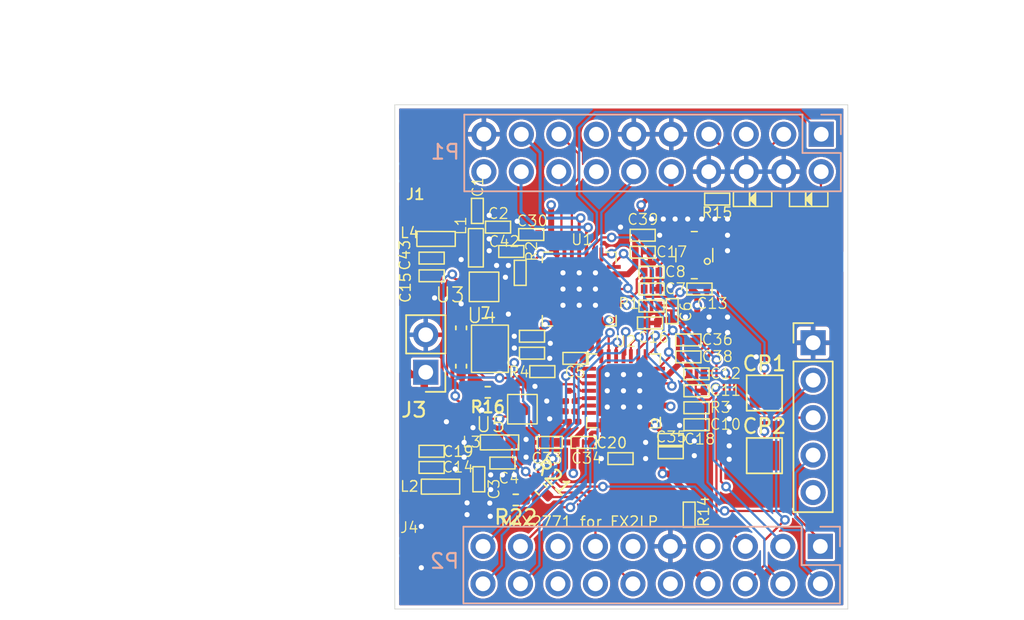
<source format=kicad_pcb>
(kicad_pcb (version 20241229) (generator "pcbnew") (generator_version "9.0")
  (layers (0 "F.Cu" signal) (4 "In1.Cu" signal) (6 "In2.Cu" signal) (2 "B.Cu" signal) (13 "F.Paste" user) (15 "B.Paste" user) (5 "F.SilkS" user "F.Silkscreen") (7 "B.SilkS" user "B.Silkscreen") (1 "F.Mask" user) (3 "B.Mask" user) (25 "Edge.Cuts" user))
  (net 0 "")
  (net 1 "CPAD_2.2MM")
  (net 2 "+3.3V")
  (net 3 "/PD6")
  (net 4 "PD7")
  (net 5 "DCLK")
  (net 6 "I1_A")
  (net 7 "Q1_A")
  (net 8 "Q0_A")
  (net 9 "Net-(J4-RF)")
  (net 10 "Net-(L1-P$1)")
  (net 11 "Net-(L3-P$1)")
  (net 12 "Net-(R11-P$2)")
  (net 13 "Net-(R1-P$1)")
  (net 14 "CP1OUT")
  (net 15 "/PLL_CLK")
  (net 16 "Net-(U1-XTAL)")
  (net 17 "Net-(R23-P$2)")
  (net 18 "Net-(R3-P$1)")
  (net 19 "CP2OUT")
  (net 20 "Net-(U2-XTAL)")
  (net 21 "I0_A")
  (net 22 "/SLRD")
  (net 25 "/5V")
  (net 26 "LOCK_B")
  (net 27 "Q1_B")
  (net 28 "Net-(L1-P$2)")
  (net 29 "Net-(L3-P$2)")
  (net 30 "Net-(R2-P$1)")
  (net 31 "Net-(R4-P$1)")
  (net 32 "PA0")
  (net 33 "Q0_B")
  (net 34 "SDATA")
  (net 35 "I0_B")
  (net 41 "Net-(R5-P$1)")
  (net 42 "CSN_A")
  (net 43 "/PA5")
  (net 45 "I1_B")
  (net 46 "LOCK_A")
  (net 52 "Net-(R6-P$1)")
  (net 54 "SCLK")
  (net 56 "Net-(R5-P$2)")
  (net 57 "CSN_B")
  (net 58 "Net-(R10-P$1)")
  (net 59 "Net-(R11-P$1)")
  (net 60 "Net-(R12-P$1)")
  (net 61 "Net-(R17-P$1)")
  (net 62 "Net-(R23-P$1)")
  (net 63 "Net-(R24-P$1)")
  (net 64 "Net-(R25-P$1)")
  (net 65 "Net-(R26-P$1)")
  (net 66 "Net-(R25-P$2)")
  (net 67 "Net-(R18-P$1)")
  (net 68 "Net-(R9-P$1)")
  (net 69 "Net-(R10-P$2)")
  (net 70 "PA7")
  (net 72 "Net-(R17-P$2)")
  (net 73 "out#")
  (net 77 "Net-(J1-RF)")
  (net 78 "Net-(U3-RF3)")
  (net 79 "PA1")
  (net 80 "Net-(U4-OUT)")
  (net 81 "Net-(C9-Pad2)")
  (net 82 "Net-(U4-OUT#)")
  (net 83 "Net-(C21-Pad1)")
  (net 84 "Net-(P2-Pin_13)")
  (footprint "Resistor_SMD:R_0201_0603Metric" (layer "F.Cu") (at 140.7011 112.995 -90)
    (property "Reference" "R24" (hide yes))
    (property "Value" "0hi nclo")
  )
  (footprint "Resistor_SMD:R_0201_0603Metric" (layer "F.Cu") (at 138.5011 106.195 -90)
    (property "Reference" "R11" (hide yes))
    (property "Value" "0hi nclo")
  )
  (footprint "pocket_sdr_v2.3:C1005" (layer "F.Cu") (at 146.3511 111.75 180)
    (property "Reference" "C10")
    (property "Value" "750pF" (hide yes))
  )
  (footprint "reference_oscillator:8-LGA" (layer "F.Cu") (at 132.3511 106.6)
    (property "Reference" "U4")
    (property "Value" "~" (hide yes))
  )
  (footprint "pocket_sdr_v2.3:C1005" (layer "F.Cu") (at 138.7011 112.95)
    (property "Reference" "C34")
    (property "Value" "0.1uF" (hide yes))
  )
  (footprint "ref_osc:spdt" (layer "F.Cu") (at 134.5511 110.7 90)
    (property "Reference" "U5")
    (property "Value" "~" (hide yes))
  )
  (footprint "pocket_sdr_v2.3:C1005" (layer "F.Cu") (at 135.2011 106.9 180)
    (property "Reference" "C32" (hide yes))
    (property "Value" "100pF" (hide yes))
  )
  (footprint "Resistor_SMD:R_0402_1005Metric_Pad0.72x0.64mm_HandSolder" (layer "F.Cu") (at 132.2036 109.55)
    (property "Reference" "R16")
    (property "Value" "10k")
  )
  (footprint "pocket_sdr_v2.3:C1005" (layer "F.Cu") (at 146.5511 102.55)
    (property "Reference" "C13")
    (property "Value" "0.1uF" (hide yes))
  )
  (footprint "pocket_sdr_v2.3:SMA-ANG" (layer "F.Cu") (at 124.20285 94.64 90)
    (property "Reference" "J1")
    (property "Value" "SMA-ANG")
  )
  (footprint "pocket_sdr_v2.3:C1005" (layer "F.Cu") (at 143.3011 103.7 180)
    (property "Reference" "R1")
    (property "Value" "15K" (hide yes))
  )
  (footprint "Resistor_SMD:R_0201_0603Metric" (layer "F.Cu") (at 134.7011 104.95 180)
    (property "Reference" "R7" (hide yes))
    (property "Value" "0hi nclo")
  )
  (footprint "pocket_sdr_v2.3:C1005" (layer "F.Cu") (at 143.3011 102.55)
    (property "Reference" "C7")
    (property "Value" "15pF" (hide yes))
  )
  (footprint "Capacitor_SMD:C_0402_1005Metric_Pad0.74x0.62mm_HandSolder" (layer "F.Cu") (at 130.4011 105.1825 90)
    (property "Reference" "C9" (hide yes))
    (property "Value" "1n")
  )
  (footprint "pocket_sdr_v2.3:C1005" (layer "F.Cu") (at 136.4011 112.95 180)
    (property "Reference" "C33")
    (property "Value" "100pF" (hide yes))
  )
  (footprint "pocket_sdr_v2.3:C1005" (layer "F.Cu") (at 143.2011 104.85)
    (property "Reference" "C16")
    (property "Value" "0.1uF" (hide yes))
  )
  (footprint "pocket_sdr_v2.3:C1005" (layer "F.Cu") (at 144.7011 104.05 -90)
    (property "Reference" "C6")
    (property "Value" "750pF" (hide yes))
  )
  (footprint "pocket_sdr_v2.3:TCXO" (layer "F.Cu") (at 146.2011 100.25 90)
    (property "Reference" "TCXO0" (hide yes))
    (property "Value" "24.000 MHz 0.5ppm" (hide yes))
  )
  (footprint "pocket_sdr_v2.3:C1005" (layer "F.Cu") (at 144.6011 113.65)
    (property "Reference" "C35")
    (property "Value" "0.1uF" (hide yes))
  )
  (footprint "pocket_sdr_v2.3:C1005" (layer "F.Cu") (at 134.4011 101.45 90)
    (property "Reference" "R2")
    (property "Value" "10k" (hide yes))
  )
  (footprint "pocket_sdr_v2.3:C1005" (layer "F.Cu") (at 141.2011 114.05)
    (property "Reference" "C20")
    (property "Value" "470pF")
  )
  (footprint "Connector_PinHeader_2.54mm:PinHeader_1x02_P2.54mm_Vertical" (layer "F.Cu") (at 128.0011 108.19 180)
    (property "Reference" "J3")
    (property "Value" "Screw_Terminal_01x02" (hide yes))
  )
  (footprint "pocket_sdr_v2.3:C1005" (layer "F.Cu") (at 128.4011 113.55 180)
    (property "Reference" "C19")
    (property "Value" "0.1uF")
  )
  (footprint "Resistor_SMD:R_0201_0603Metric" (layer "F.Cu") (at 134.7011 102.75 180)
    (property "Reference" "R8" (hide yes))
    (property "Value" "0lo nchi")
  )
  (footprint "pocket_sdr_v2.3:C1005" (layer "F.Cu") (at 142.7011 98.9)
    (property "Reference" "C39")
    (property "Value" "100pF" (hide yes))
  )
  (footprint "pocket_sdr_v2.3:C1005" (layer "F.Cu") (at 142.7011 100.05)
    (property "Reference" "C17")
    (property "Value" "0.1uF" (hide yes))
  )
  (footprint "pocket_sdr_v2.3:C1608" (layer "F.Cu") (at 129.0011 115.95)
    (property "Reference" "L2")
    (property "Value" "68nH")
  )
  (footprint "pocket_sdr_v2.3:TQFN28" (layer "F.Cu") (at 138.4011 102.55 90)
    (property "Reference" "U1")
    (property "Value" "MAX2771" (hide yes))
  )
  (footprint "pocket_sdr_v2.3:TQFN28" (layer "F.Cu") (at 141.4011 109.45 90)
    (property "Reference" "U2")
    (property "Value" "MAX2771" (hide yes))
  )
  (footprint "Resistor_SMD:R_0201_0603Metric" (layer "F.Cu") (at 137.1011 106.195 -90)
    (property "Reference" "R9" (hide yes))
    (property "Value" "0lo nchi")
  )
  (footprint "pocket_sdr_v2.3:LED_1608" (layer "F.Cu") (at 150.1511 96.45 180)
    (property "Reference" "LED6" (hide yes))
    (property "Value" "LED1608")
  )
  (footprint "pocket_sdr_v2.3:C1005" (layer "F.Cu") (at 132.9011 98.35 180)
    (property "Reference" "C2")
    (property "Value" "1.7pF" (hide yes))
  )
  (footprint "Resistor_SMD:R_0201_0603Metric" (layer "F.Cu") (at 137.8011 110.15 180)
    (property "Reference" "R17" (hide yes))
    (property "Value" "0hi nclo")
  )
  (footprint "Resistor_SMD:R_0402_1005Metric_Pad0.72x0.64mm_HandSolder" (layer "F.Cu") (at 135.828604 116.127504 -45)
    (property "Reference" "R21")
    (property "Value" "10k")
  )
  (footprint "Resistor_SMD:R_0402_1005Metric_Pad0.72x0.64mm_HandSolder" (layer "F.Cu") (at 134.1011 116.85 180)
    (property "Reference" "R22")
    (property "Value" "10k")
  )
  (footprint "TestPoint:TestPoint_Pad_2.0x2.0mm" (layer "F.Cu") (at 150.9511 113.85)
    (property "Reference" "CP2")
    (property "Value" "TestPoint")
  )
  (footprint "pocket_sdr_v2.3:C1005" (layer "F.Cu") (at 146.3511 109.45)
    (property "Reference" "C11")
    (property "Value" "15pF" (hide yes))
  )
  (footprint "Resistor_SMD:R_0201_0603Metric" (layer "F.Cu") (at 138.0011 111.55 180)
    (property "Reference" "R20" (hide yes))
    (property "Value" "0hi nclo")
  )
  (footprint "pocket_sdr_v2.3:C1005" (layer "F.Cu") (at 145.8011 107.15)
    (property "Reference" "C38")
    (property "Value" "0.1uF" (hide yes))
  )
  (footprint "pocket_sdr_v2.3:SMA-ANG" (layer "F.Cu") (at 158.2511 100.7 -90)
    (property "Reference" "J2" (hide yes))
    (property "Value" "SMA-ANG")
  )
  (footprint "pocket_sdr_v2.3:C1005" (layer "F.Cu") (at 135.1511 98.85 180)
    (property "Reference" "C30")
    (property "Value" "0.1uF" (hide yes))
  )
  (footprint "pocket_sdr_v2.3:C1608" (layer "F.Cu") (at 128.7011 99.15)
    (property "Reference" "L4")
    (property "Value" "68nH")
  )
  (footprint "pocket_sdr_v2.3:C1608" (layer "F.Cu") (at 133.0011 112.95)
    (property "Reference" "L3")
    (property "Value" "8.4nH" (hide yes))
  )
  (footprint "Resistor_SMD:R_0201_0603Metric" (layer "F.Cu") (at 141.4011 112.995 -90)
    (property "Reference" "R25" (hide yes))
    (property "Value" "0hi nclo")
  )
  (footprint "Capacitor_SMD:C_0402_1005Metric_Pad0.74x0.62mm_HandSolder" (layer "F.Cu") (at 130.4011 107.7825 90)
    (property "Reference" "C21" (hide yes))
    (property "Value" "1n")
  )
  (footprint "pocket_sdr_v2.3:C1005" (layer "F.Cu") (at 128.4011 100.45 180)
    (property "Reference" "C43")
    (property "Value" "0.1uF")
  )
  (footprint "pocket_sdr_v2.3:LED_1608" (layer "F.Cu") (at 153.9511 96.45 180)
    (property "Reference" "LED5" (hide yes))
    (property "Value" "LED1608")
  )
  (footprint "Resistor_SMD:R_0201_0603Metric" (layer "F.Cu") (at 137.8011 106.195 -90)
    (property "Reference" "R10" (hide yes))
    (property "Value" "0hi nclo")
  )
  (footprint "Resistor_SMD:R_0201_0603Metric" (layer "F.Cu") (at 134.6811 103.45 180)
    (property "Reference" "R5" (hide yes))
    (property "Value" "0hi nclo")
  )
  (footprint "pocket_sdr_v2.3:C1005" (layer "F.Cu") (at 131.6011 115.45 90)
    (property "Reference" "C3")
    (property "Value" "470pF" (hide yes))
  )
  (footprint "pocket_sdr_v2.3:C1005" (layer "F.Cu") (at 144.6011 112.75)
    (property "Reference" "C18")
    (property "Value" "100pF" (hide yes))
  )
  (footprint "Resistor_SMD:R_0201_0603Metric" (layer "F.Cu") (at 139.2011 106.195 -90)
    (property "Reference" "R12" (hide yes))
    (property "Value" "0lo nchi")
  )
  (footprint "Resistor_SMD:R_0402_1005Metric_Pad0.72x0.64mm_HandSolder" (layer "F.Cu") (at 132.0036 104.1475 180)
    (property "Reference" "R13" (hide yes))
    (property "Value" "10k")
  )
  (footprint "pocket_sdr_v2.3:C1005" (layer "F.Cu") (at 128.4011 114.65 180)
    (property "Reference" "C14")
    (property "Value" "100pF" (hide yes))
  )
  (footprint "pocket_sdr_v2.3:C1005" (layer "F.Cu") (at 133.2011 114.35)
    (property "Reference" "C4")
    (property "Value" "1.1pF" (hide yes))
  )
  (footprint "Resistor_SMD:R_0201_0603Metric" (layer "F.Cu") (at 137.3561 109.45 180)
    (property "Reference" "R19" (hide yes))
    (property "Value" "0lo nchi")
  )
  (footprint "ref_osc:spdt" (layer "F.Cu") (at 131.9511 102.4 90)
    (property "Reference" "U3")
    (property "Value" "~" (hide yes))
  )
  (footprint "pocket_sdr_v2.3:C1005" (layer "F.Cu") (at 147.7511 96.45 180)
    (property "Reference" "R15")
    (property "Value" "10k")
  )
  (footprint "pocket_sdr_v2.3:C1005" (layer "F.Cu") (at 146.3511 108.3 180)
    (property "Reference" "C12")
    (property "Value" "0.01uF" (hide yes))
  )
  (footprint "Connector_PinHeader_2.54mm:PinHeader_1x05_P2.54mm_Vertical" (layer "F.Cu") (at 154.2511 106.19)
    (property "Reference" "J5" (hide yes))
    (property "Value" "Conn_01x05_Pin")
  )
  (footprint "pocket_sdr_v2.3:C1005" (layer "F.Cu") (at 143.3011 101.4 180)
    (property "Reference" "C8")
    (property "Value" "0.01uF" (hide yes))
  )
  (footprint "TestPoint:TestPoint_Pad_2.0x2.0mm" (layer "F.Cu") (at 150.9511 109.6)
    (property "Reference" "CP1")
    (property "Value" "TestPoint")
  )
  (footprint "pocket_sdr_v2.3:C1005" (layer "F.Cu") (at 138.1511 107.25)
    (property "Reference" "C5")
    (property "Value" "470pF" (hide yes))
  )
  (footprint "pocket_sdr_v2.3:C1005" (layer "F.Cu") (at 128.4011 101.65 180)
    (property "Reference" "C15")
    (property "Value" "100pF")
  )
  (footprint "pocket_sdr_v2.3:C1005" (layer "F.Cu") (at 145.8011 106)
    (property "Reference" "C36")
    (property "Value" "100pF" (hide yes))
  )
  (footprint "Resistor_SMD:R_0201_0603Metric" (layer "F.Cu") (at 140.0011 112.995 -90)
    (property "Reference" "R23" (hide yes))
    (property "Value" "0lo nchi")
  )
  (footprint "Resistor_SMD:R_0201_0603Metric" (layer "F.Cu") (at 137.7811 110.85 180)
    (property "Reference" "R18" (hide yes))
    (property "Value" "0lo nchi")
  )
  (footprint "pocket_sdr_v2.3:C1005" (layer "F.Cu") (at 131.5011 97.25 -90)
    (property "Reference" "C1")
    (property "Value" "470pF" (hide yes))
  )
  (footprint "pocket_sdr_v2.3:C1005" (layer "F.Cu") (at 135.9011 108.15 180)
    (property "Reference" "R4")
    (property "Value" "10k" (hide yes))
  )
  (footprint "pocket_sdr_v2.3:SMA-ANG" (layer "F.Cu") (at 124.2011 120.05 90)
    (property "Reference" "J4")
    (property "Value" "SMA-ANG" (hide yes))
  )
  (footprint "pocket_sdr_v2.3:C1005" (layer "F.Cu") (at 145.8511 117.85 90)
    (property "Reference" "R14")
    (property "Value" "10k")
  )
  (footprint "Resistor_SMD:R_0201_0603Metric" (layer "F.Cu") (at 142.1011 112.995 -90)
    (property "Reference" "R26" (hide yes))
    (property "Value" "0lo nchi")
  )
  (footprint "pocket_sdr_v2.3:C1005" (layer "F.Cu") (at 135.2011 105.75 180)
    (property "Reference" "C31" (hide yes))
    (property "Value" "0.1uF" (hide yes))
  )
  (footprint "pocket_sdr_v2.3:C1005" (layer "F.Cu") (at 133.8011 100 180)
    (property "Reference" "C42")
    (property "Value" "100pF" (hide yes))
  )
  (footprint "pocket_sdr_v2.3:C1608" (layer "F.Cu") (at 131.4011 99.75 -90)
    (property "Reference" "L1")
    (property "Value" "5.6nF" (hide yes))
  )
  (footprint "Resistor_SMD:R_0201_0603Metric" (layer "F.Cu") (at 134.7011 104.25 180)
    (property "Reference" "R6" (hide yes))
    (property "Value" "0lo nchi")
  )
  (footprint "pocket_sdr_v2.3:C1005" (layer "F.Cu") (at 146.3511 110.6 180)
    (property "Reference" "R3")
    (property "Value" "15K" (hide yes))
  )
  (footprint "Connector_PinSocket_2.54mm:PinSocket_2x10_P2.54mm_Vertical" (layer "B.Cu") (at 154.7411 120 90)
    (property "Reference" "P2")
    (property "Value" "Conn_02x10_Odd_Even")
  )
  (footprint "Connector_PinSocket_2.54mm:PinSocket_2x10_P2.54mm_Vertical" (layer "B.Cu") (at 154.8011 92.05 90)
    (property "Reference" "P1")
    (property "Value" "Conn_02x10_Odd_Even")
  )
  (gr_line (start 156.6011 124.25) (end 125.9011 124.25) (stroke (width 0.05)) (layer "Edge.Cuts"))
  (gr_line (start 125.9011 90.05) (end 156.6011 90.05) (stroke (width 0.05)) (layer "Edge.Cuts"))
  (gr_line (start 156.6011 90.05) (end 156.6011 124.25) (stroke (width 0.05)) (layer "Edge.Cuts"))
  (gr_line (start 125.9011 124.25) (end 125.9011 90.05) (stroke (width 0.05)) (layer "Edge.Cuts"))
  (gr_text "MAX2771 for FX2LP" (at 133.0011 118.75 0) (layer "F.SilkS") (effects (font (size 0.715264 0.715264) (thickness 0.097536)) (justify left bottom)))
  (segment (start 133.7011 110.7) (end 134.5511 110.7) (width 0.1524) (layer "F.Cu") (net 1))
  (segment (start 131.4511 101.6) (end 131.9511 102.1) (width 0.1524) (layer "F.Cu") (net 1))
  (segment (start 131.9511 102.032984) (end 131.9511 102.4) (width 0.1524) (layer "F.Cu") (net 1))
  (segment (start 131.4511 101.55) (end 131.4511 101.6) (width 0.1524) (layer "F.Cu") (net 1))
  (segment (start 131.4511 103.25) (end 131.4511 103.1) (width 0.1524) (layer "F.Cu") (net 1))
  (segment (start 134.160742 102.75) (end 133.8011 102.390358) (width 0.1524) (layer "F.Cu") (net 1))
  (segment (start 132.6511 110.7) (end 132.6011 110.75) (width 0.1524) (layer "F.Cu") (net 1))
  (segment (start 131.9511 102.6) (end 131.9511 102.4) (width 0.1524) (layer "F.Cu") (net 1))
  (segment (start 144.0011 104.65) (end 144.9011 104.65) (width 0.4064) (layer "F.Cu") (net 1))
  (segment (start 133.8011 102.35) (end 133.8011 102.390358) (width 0.1524) (layer "F.Cu") (net 1))
  (segment (start 132.4511 101.55) (end 132.434084 101.55) (width 0.1524) (layer "F.Cu") (net 1))
  (segment (start 131.1011 102.4) (end 131.9511 102.4) (width 0.1524) (layer "F.Cu") (net 1))
  (segment (start 134.5511 110.5) (end 134.5511 110.7) (width 0.1524) (layer "F.Cu") (net 1))
  (segment (start 131.9511 102.1) (end 131.9511 102.4) (width 0.1524) (layer "F.Cu") (net 1))
  (segment (start 130.1511 102.4) (end 130.0011 102.55) (width 0.1524) (layer "F.Cu") (net 1))
  (segment (start 133.7011 110.7) (end 132.6511 110.7) (width 0.1524) (layer "F.Cu") (net 1))
  (segment (start 143.8011 104.85) (end 144.0011 104.65) (width 0.4064) (layer "F.Cu") (net 1))
  (segment (start 131.4511 103.1) (end 131.9511 102.6) (width 0.1524) (layer "F.Cu") (net 1))
  (segment (start 134.0511 109.85) (end 134.0511 110) (width 0.1524) (layer "F.Cu") (net 1))
  (segment (start 132.434084 101.55) (end 131.9511 102.032984) (width 0.1524) (layer "F.Cu") (net 1))
  (segment (start 134.0511 110) (end 134.5511 110.5) (width 0.1524) (layer "F.Cu") (net 1))
  (segment (start 134.3811 102.75) (end 134.160742 102.75) (width 0.1524) (layer "F.Cu") (net 1))
  (segment (start 131.1011 102.4) (end 130.1511 102.4) (width 0.1524) (layer "F.Cu") (net 1))
  (via (at 133.6011 104.25) (size 0.6548) (drill 0.35) (layers "F.Cu" "B.Cu") (net 1))
  (via (at 133.4011 101.75) (size 0.6548) (drill 0.35) (layers "F.Cu" "B.Cu") (net 1))
  (via (at 130.8011 117.85) (size 0.6548) (drill 0.35) (layers "F.Cu" "B.Cu") (net 1))
  (via (at 134.0011 115.15) (size 0.6548) (drill 0.35) (layers "F.Cu" "B.Cu") (net 1))
  (via (at 136.2011 110.144) (size 0.6548) (drill 0.35) (layers "F.Cu" "B.Cu") (net 1))
  (via (at 132.340673 117.067313) (size 0.6548) (drill 0.35) (layers "F.Cu" "B.Cu") (net 1))
  (via (at 139.9011 114.05) (size 0.6548) (drill 0.35) (layers "F.Cu" "B.Cu") (net 1))
  (via (at 143.8511 98.9) (size 0.6548) (drill 0.35) (layers "F.Cu" "B.Cu") (net 1))
  (via (at 132.372684 117.963422) (size 0.6548) (drill 0.35) (layers "F.Cu" "B.Cu") (net 1))
  (via (at 132.8011 100.95) (size 0.6548) (drill 0.35) (layers "F.Cu" "B.Cu") (net 1))
  (via (at 150.4011 107.15) (size 0.6548) (drill 0.35) (layers "F.Cu" "B.Cu") (net 1))
  (via (at 132.4011 115.15) (size 0.6548) (drill 0.35) (layers "F.Cu" "B.Cu") (net 1))
  (via (at 141.2011 98.35) (size 0.6548) (drill 0.35) (layers "F.Cu" "B.Cu") (net 1))
  (via (at 136.403265 107.250228) (size 0.6548) (drill 0.35) (layers "F.Cu" "B.Cu") (net 1))
  (via (at 130.6011 113.95) (size 0.6548) (drill 0.35) (layers "F.Cu" "B.Cu") (net 1))
  (via (at 148.5649 114.1) (size 0.6548) (drill 0.35) (layers "F.Cu" "B.Cu") (net 1))
  (via (at 134.2011 97.95) (size 0.6548) (drill 0.35) (layers "F.Cu" "B.Cu") (net 1))
  (via (at 127.7011 118.65) (size 0.6548) (drill 0.35) (layers "F.Cu" "B.Cu") (net 1))
  (via (at 130.6011 112.95) (size 0.6548) (drill 0.35) (layers "F.Cu" "B.Cu") (net 1))
  (via (at 134.8011 112.75) (size 0.6548) (drill 0.35) (layers "F.Cu" "B.Cu") (net 1))
  (via (at 148.5649 110.55) (size 0.6548) (drill 0.35) (layers "F.Cu" "B.Cu") (net 1))
  (via (at 148.4511 104.45) (size 0.6548) (drill 0.35) (layers "F.Cu" "B.Cu") (net 1))
  (via (at 146.2011 113.85) (size 0.6548) (drill 0.35) (layers "F.Cu" "B.Cu") (net 1))
  (via (at 148.5649 113.182032) (size 0.6548) (drill 0.35) (layers "F.Cu" "B.Cu") (net 1))
  (via (at 146.7011 97.8) (size 0.6548) (drill 0.35) (layers "F.Cu" "B.Cu") (net 1))
  (via (at 134.0059 106.55) (size 0.6548) (drill 0.35) (layers "F.Cu" "B.Cu") (net 1))
  (via (at 146.2011 112.85) (size 0.6548) (drill 0.35) (layers "F.Cu" "B.Cu") (net 1))
  (via (at 130.4011 103.55) (size 0.6548) (drill 0.35) (layers "F.Cu" "B.Cu") (net 1))
  (via (at 145.6011 104.45) (size 0.6548) (drill 0.35) (layers "F.Cu" "B.Cu") (net 1))
  (via (at 145.7511 97.8) (size 0.6548) (drill 0.35) (layers "F.Cu" "B.Cu") (net 1))
  (via (at 147.2011 104.45) (size 0.6548) (drill 0.35) (layers "F.Cu" "B.Cu") (net 1))
  (via (at 132.3011 97.55) (size 0.6548) (drill 0.35) (layers "F.Cu" "B.Cu") (net 1))
  (via (at 136.440998 106.231342) (size 0.6548) (drill 0.35) (layers "F.Cu" "B.Cu") (net 1))
  (via (at 143.3011 97.8) (size 0.6548) (drill 0.35) (layers "F.Cu" "B.Cu") (net 1))
  (via (at 130.8011 117.05) (size 0.6548) (drill 0.35) (layers "F.Cu" "B.Cu") (net 1))
  (via (at 134.0011 105.75) (size 0.6548) (drill 0.35) (layers "F.Cu" "B.Cu") (net 1))
  (via (at 131.8011 110.756) (size 0.6548) (drill 0.35) (layers "F.Cu" "B.Cu") (net 1))
  (via (at 130.0011 114.75) (size 0.6548) (drill 0.35) (layers "F.Cu" "B.Cu") (net 1))
  (via (at 132.3011 99.15) (size 0.6548) (drill 0.35) (layers "F.Cu" "B.Cu") (net 1))
  (via (at 148.4511 98.9) (size 0.6548) (drill 0.35) (layers "F.Cu" "B.Cu") (net 1))
  (via (at 144.1011 97.8) (size 0.6548) (drill 0.35) (layers "F.Cu" "B.Cu") (net 1))
  (via (at 148.4511 99.95) (size 0.6548) (drill 0.35) (layers "F.Cu" "B.Cu") (net 1))
  (via (at 135.4011 109.15) (size 0.6548) (drill 0.35) (layers "F.Cu" "B.Cu") (net 1))
  (via (at 144.9011 97.8) (size 0.6548) (drill 0.35) (layers "F.Cu" "B.Cu") (net 1))
  (via (at 129.4011 111.55) (size 0.6548) (drill 0.35) (layers "F.Cu" "B.Cu") (net 1))
  (via (at 136.4011 111.35) (size 0.6548) (drill 0.35) (layers "F.Cu" "B.Cu") (net 1))
  (via (at 148.5649 112.25) (size 0.6548) (drill 0.35) (layers "F.Cu" "B.Cu") (net 1))
  (via (at 130.4011 100.55) (size 0.6548) (drill 0.35) (layers "F.Cu" "B.Cu") (net 1))
  (via (at 128.6011 103.15) (size 0.6548) (drill 0.35) (layers "F.Cu" "B.Cu") (net 1))
  (via (at 144.563219 102.333842) (size 0.6548) (drill 0.35) (layers "F.Cu" "B.Cu") (net 1))
  (via (at 148.4511 97.8) (size 0.6548) (drill 0.35) (layers "F.Cu" "B.Cu") (net 1))
  (via (at 133.6011 100.95) (size 0.6548) (drill 0.35) (layers "F.Cu" "B.Cu") (net 1))
  (via (at 148.4511 105.5) (size 0.6548) (drill 0.35) (layers "F.Cu" "B.Cu") (net 1))
  (via (at 134.8011 113.95) (size 0.6548) (drill 0.35) (layers "F.Cu" "B.Cu") (net 1))
  (via (at 133.2011 115.15) (size 0.6548) (drill 0.35) (layers "F.Cu" "B.Cu") (net 1))
  (via (at 142.9011 112.95) (size 0.6548) (drill 0.35) (layers "F.Cu" "B.Cu") (net 1))
  (via (at 142.9011 114.05) (size 0.6548) (drill 0.35) (layers "F.Cu" "B.Cu") (net 1))
  (via (at 132.4011 116.15) (size 0.6548) (drill 0.35) (layers "F.Cu" "B.Cu") (net 1))
  (via (at 132.3011 99.95) (size 0.6548) (drill 0.35) (layers "F.Cu" "B.Cu") (net 1))
  (via (at 145.2011 111.8) (size 0.6548) (drill 0.35) (layers "F.Cu" "B.Cu") (net 1))
  (via (at 131.2011 111.95) (size 0.6548) (drill 0.35) (layers "F.Cu" "B.Cu") (net 1))
  (via (at 127.7011 121.45) (size 0.6548) (drill 0.35) (layers "F.Cu" "B.Cu") (net 1))
  (via (at 147.6011 97.8) (size 0.6548) (drill 0.35) (layers "F.Cu" "B.Cu") (net 1))
  (via (at 148.5649 111.35) (size 0.6548) (drill 0.35) (layers "F.Cu" "B.Cu") (net 1))
  (via (at 147.2011 105.35) (size 0.6548) (drill 0.35) (layers "F.Cu" "B.Cu") (net 1))
  (segment (start 127.7411 92.59) (end 127.7411 92.09) (width 0.2032) (layer "B.Cu") (net 1))
  (segment (start 139.9011 111.79) (end 139.8931 111.79) (width 0.3048) (layer "F.Cu") (net 2))
  (segment (start 137.9011 112.95) (end 139.0611 111.79) (width 0.4064) (layer "F.Cu") (net 2))
  (segment (start 146.0511 102.55) (end 146.0511 102.5) (width 0.4064) (layer "F.Cu") (net 2))
  (segment (start 145.1511 105.938232) (end 145.1511 107.65) (width 0.4064) (layer "F.Cu") (net 2))
  (segment (start 139.0611 111.79) (end 139.8931 111.79) (width 0.4064) (layer "F.Cu") (net 2))
  (segment (start 144.6011 96.45) (end 142.9964 96.45) (width 0.3556) (layer "F.Cu") (net 2))
  (segment (start 144.0511 112.25) (end 144.0511 112.95) (width 0.4064) (layer "F.Cu") (net 2))
  (segment (start 135.4011 107.55) (end 135.7011 107.25) (width 0.1524) (layer "F.Cu") (net 2))
  (segment (start 136.2611 104.89) (end 135.7011 105.45) (width 0.4064) (layer "F.Cu") (net 2))
  (segment (start 146.4011 103.65) (end 146.4011 104.688232) (width 0.4064) (layer "F.Cu") (net 2))
  (segment (start 139.7059 105.1948) (end 139.7059 106.9148) (width 0.3048) (layer "F.Cu") (net 2))
  (segment (start 133.0011 108.5798) (end 133.7713 108.5798) (width 0.1524) (layer "F.Cu") (net 2))
  (segment (start 144.6011 96.45) (end 147.2511 96.45) (width 0.3556) (layer "F.Cu") (net 2))
  (segment (start 146.4011 104.688232) (end 145.1511 105.938232) (width 0.4064) (layer "F.Cu") (net 2))
  (segment (start 142.4177 111.79) (end 142.9011 111.79) (width 0.4064) (layer "F.Cu") (net 2))
  (segment (start 141.7011 101.55) (end 140.7411 101.55) (width 0.4064) (layer "F.Cu") (net 2))
  (segment (start 132.0011 108.55) (end 132.9713 108.55) (width 0.1524) (layer "F.Cu") (net 2))
  (segment (start 134.3011 100) (end 134.3011 101) (width 0.4064) (layer "F.Cu") (net 2))
  (segment (start 143.5511 111.8) (end 143.6011 111.8) (width 0.4064) (layer "F.Cu") (net 2))
  (segment (start 136.5011 96.8475) (end 136.5 96.8464) (width 0.4064) (layer "F.Cu") (net 2))
  (segment (start 131.5011 108.05) (end 132.0011 108.55) (width 0.1524) (layer "F.Cu") (net 2))
  (segment (start 142.2011 98.9) (end 142.2011 100.05) (width 0.4064) (layer "F.Cu") (net 2))
  (segment (start 139.7059 106.9148) (end 139.9011 107.11) (width 0.3048) (layer "F.Cu") (net 2))
  (segment (start 135.7011 105.45) (end 135.7011 105.75) (width 0.4064) (layer "F.Cu") (net 2))
  (segment (start 136.5011 98.85) (end 136.5011 99.81) (width 0.4064) (layer "F.Cu") (net 2))
  (segment (start 139.7011 105.19) (end 139.7059 105.1948) (width 0.3048) (layer "F.Cu") (net 2))
  (segment (start 137.9011 112.95) (end 136.9011 112.95) (width 0.4064) (layer "F.Cu") (net 2))
  (segment (start 138.0011 113.05) (end 138.0011 115.0606) (width 0.4064) (layer "F.Cu") (net 2))
  (segment (start 135.7011 107.25) (end 135.7011 106.9) (width 0.1524) (layer "F.Cu") (net 2))
  (segment (start 142.2011 100.05) (end 142.2011 101.05) (width 0.4064) (layer "F.Cu") (net 2))
  (segment (start 146.4011 102.9) (end 146.0511 102.55) (width 0.4064) (layer "F.Cu") (net 2))
  (segment (start 144.5451 110.45) (end 143.7411 110.45) (width 0.4064) (layer "F.Cu") (net 2))
  (segment (start 140.402176 104.65) (end 142.5011 104.65) (width 0.4064) (layer "F.Cu") (net 2))
  (segment (start 145.3011 101.75) (end 145.3011 101.45) (width 0.4064) (layer "F.Cu") (net 2))
  (segment (start 142.9964 96.45) (end 142.6 96.8464) (width 0.3556) (layer "F.Cu") (net 2))
  (segment (start 134.3011 101) (end 134.4011 101.1) (width 0.4064) (layer "F.Cu") (net 2))
  (segment (start 142.2011 101.05) (end 141.7011 101.55) (width 0.4064) (layer "F.Cu") (net 2))
  (segment (start 135.0011 100) (end 135.6511 99.35) (width 0.4064) (layer "F.Cu") (net 2))
  (segment (start 144.6011 96.25) (end 144.6211 96.23) (width 0.3556) (layer "F.Cu") (net 2))
  (segment (start 144.6011 96.45) (end 144.6011 96.25) (width 0.3556) (layer "F.Cu") (net 2))
  (segment (start 140.7411 103.55) (end 141.524637 103.55) (width 0.4064) (layer "F.Cu") (net 2))
  (segment (start 142.5011 104.65) (end 142.7011 104.85) (width 0.4064) (layer "F.Cu") (net 2))
  (segment (start 143.5511 111.8) (end 143.5411 111.79) (width 0.4064) (layer "F.Cu") (net 2))
  (segment (start 144.6211 96.23) (end 144.6211 94.55) (width 0.3556) (layer "F.Cu") (net 2))
  (segment (start 135.0011 100) (end 134.3011 100) (width 0.4064) (layer "F.Cu") (net 2))
  (segment (start 138.0011 115.0606) (end 138.0011 115.0475) (width 0.4064) (layer "F.Cu") (net 2))
  (segment (start 135.4011 108.15) (end 135.4011 107.55) (width 0.1524) (layer "F.Cu") (net 2))
  (segment (start 145.1511 107.65) (end 144.3511 108.45) (width 0.4064) (layer "F.Cu") (net 2))
  (segment (start 139.9011 104.89) (end 139.4011 104.89) (width 0.4064) (layer "F.Cu") (net 2))
  (segment (start 144.4117 115.0606) (end 145.8511 116.5) (width 0.4064) (layer "F.Cu") (net 2))
  (segment (start 140.162176 104.89) (end 139.9011 104.89) (width 0.4064) (layer "F.Cu") (net 2))
  (segment (start 135.6511 99.35) (end 135.6511 99.003125) (width 0.4064) (layer "F.Cu") (net 2))
  (segment (start 143.6011 111.8) (end 144.0511 112.25) (width 0.4064) (layer "F.Cu") (net 2))
  (segment (start 136.5011 96.85) (end 136.5011 96.8475) (width 0.4064) (layer "F.Cu") (net 2))
  (segment (start 136.5011 96.85) (end 136.5011 98.85) (width 0.4064) (layer "F.Cu") (net 2))
  (segment (start 137.9011 112.95) (end 138.0011 113.05) (width 0.4064) (layer "F.Cu") (net 2))
  (segment (start 146.0511 102.5) (end 145.3011 101.75) (width 0.4064) (layer "F.Cu") (net 2))
  (segment (start 140.392374 104.659802) (end 140.162176 104.89) (width 0.4064) (layer "F.Cu") (net 2))
  (segment (start 142.6011 96.85) (end 142.6011 96.8475) (width 0.4064) (layer "F.Cu") (net 2))
  (segment (start 132.9713 108.55) (end 133.0011 108.5798) (width 0.1524) (layer "F.Cu") (net 2))
  (segment (start 143.5411 111.79) (end 142.9011 111.79) (width 0.4064) (layer "F.Cu") (net 2))
  (segment (start 136.5011 98.85) (end 135.6511 98.85) (width 0.4064) (layer "F.Cu") (net 2))
  (segment (start 136.5011 99.81) (end 136.9011 100.21) (width 0.4064) (layer "F.Cu") (net 2))
  (segment (start 139.4011 104.89) (end 139.7011 105.19) (width 0.4064) (layer "F.Cu") (net 2))
  (segment (start 142.6011 98.5) (end 142.2011 98.9) (width 0.4064) (layer "F.Cu") (net 2))
  (segment (start 141.524637 103.55) (end 141.612868 103.638232) (width 0.4064) (layer "F.Cu") (net 2))
  (segment (start 138.0011 115.0475) (end 138 115.0464) (width 0.4064) (layer "F.Cu") (net 2))
  (segment (start 142.6011 96.8475) (end 142.6 96.8464) (width 0.4064) (layer "F.Cu") (net 2))
  (segment (start 136.9011 104.89) (end 136.2611 104.89) (width 0.4064) (layer "F.Cu") (net 2))
  (segment (start 144.6011 110.506) (end 144.5451 110.45) (width 0.4064) (layer "F.Cu") (net 2))
  (segment (start 131.1011 101.9) (end 130.1511 101.9) (width 0.1524) (layer "F.Cu") (net 2))
  (segment (start 140.392374 104.659802) (end 140.402176 104.65) (width 0.4064) (layer "F.Cu") (net 2))
  (segment (start 144.0511 115.0606) (end 144.4117 115.0606) (width 0.4064) (layer "F.Cu") (net 2))
  (segment (start 135.7011 105.75) (end 135.7011 106.9) (width 0.4064) (layer "F.Cu") (net 2))
  (segment (start 146.4011 103.65) (end 146.4011 102.9) (width 0.4064) (layer "F.Cu") (net 2))
  (segment (start 145.8511 116.5) (end 145.8511 117.35) (width 0.4064) (layer "F.Cu") (net 2))
  (segment (start 135.6511 99.003125) (end 135.6511 98.85) (width 0.1524) (layer "F.Cu") (net 2))
  (segment (start 134.2011 108.15) (end 135.4011 108.15) (width 0.1524) (layer "F.Cu") (net 2))
  (segment (start 142.6011 98.5) (end 142.6011 96.85) (width 0.4064) (layer "F.Cu") (net 2))
  (segment (start 131.5011 107.85) (end 131.5011 108.05) (width 0.1524) (layer "F.Cu") (net 2))
  (segment (start 142.4011 111.79) (end 142.4177 111.79) (width 0.3048) (layer "F.Cu") (net 2))
  (segment (start 133.7011 110.2) (end 130.4011 110.2) (width 0.1524) (layer "F.Cu") (net 2))
  (segment (start 144.0511 112.95) (end 144.0511 115.0606) (width 0.4064) (layer "F.Cu") (net 2))
  (segment (start 144.3511 108.45) (end 143.7411 108.45) (width 0.4064) (layer "F.Cu") (net 2))
  (via (at 143.5511 111.8) (size 0.6548) (drill 0.35) (layers "F.Cu" "B.Cu") (net 2))
  (via (at 144.0511 115.0606) (size 0.6548) (drill 0.35) (layers "F.Cu" "B.Cu") (net 2))
  (via (at 136.5 96.8464) (size 0.6548) (drill 0.35) (layers "F.Cu" "B.Cu") (net 2))
  (via (at 130.0011 109.8) (size 0.6548) (drill 0.35) (layers "F.Cu" "B.Cu") (net 2))
  (via (at 142.6 96.8464) (size 0.6548) (drill 0.35) (layers "F.Cu" "B.Cu") (net 2))
  (via (at 146.4011 103.65) (size 0.6548) (drill 0.35) (layers "F.Cu" "B.Cu") (net 2))
  (via (at 136.1011 104.95) (size 0.6548) (drill 0.35) (layers "F.Cu" "B.Cu") (net 2))
  (via (at 129.8011 101.55) (size 0.6548) (drill 0.35) (layers "F.Cu" "B.Cu") (net 2))
  (via (at 140.392374 104.659802) (size 0.6548) (drill 0.35) (layers "F.Cu" "B.Cu") (net 2))
  (via (at 133.0011 108.5798) (size 0.6548) (drill 0.35) (layers "F.Cu" "B.Cu") (net 2))
  (via (at 141.612868 103.638232) (size 0.6548) (drill 0.35) (layers "F.Cu" "B.Cu") (net 2))
  (via (at 138 115.0464) (size 0.6548) (drill 0.35) (layers "F.Cu" "B.Cu") (net 2))
  (via (at 144.6011 110.506) (size 0.6548) (drill 0.35) (layers "F.Cu" "B.Cu") (net 2))
  (arc (start 133.7713 108.5798) (mid 133.933793 108.512493) (end 134.0011 108.35) (width 0.1524) (layer "F.Cu") (net 2))
  (arc (start 130.1511 101.9) (mid 129.903613 101.797487) (end 129.8011 101.55) (width 0.1524) (layer "F.Cu") (net 2))
  (arc (start 134.0011 108.35) (mid 134.059679 108.208579) (end 134.2011 108.15) (width 0.1524) (layer "F.Cu") (net 2))
  (arc (start 130.4011 110.2) (mid 130.118257 110.082843) (end 130.0011 109.8) (width 0.1524) (layer "F.Cu") (net 2))
  (segment (start 130.0011 109.8) (end 130.0011 108.732259) (width 0.1524) (layer "B.Cu") (net 2))
  (segment (start 131.0011 108.55) (end 130.4011 108.55) (width 0.1524) (layer "B.Cu") (net 2))
  (segment (start 132.9713 108.55) (end 131.0011 108.55) (width 0.1524) (layer "B.Cu") (net 2))
  (segment (start 130.0011 108.732259) (end 130.054491 108.678868) (width 0.1524) (layer "B.Cu") (net 2))
  (segment (start 130.609234 108.55) (end 131.0011 108.55) (width 0.1524) (layer "B.Cu") (net 2))
  (segment (start 129.2011 107.35) (end 129.2011 102.15) (width 0.1524) (layer "B.Cu") (net 2))
  (segment (start 133.0011 108.5798) (end 132.9713 108.55) (width 0.1524) (layer "B.Cu") (net 2))
  (arc (start 130.4011 108.55) (mid 129.552572 108.198528) (end 129.2011 107.35) (width 0.1524) (layer "B.Cu") (net 2))
  (arc (start 129.2011 102.15) (mid 129.376836 101.725736) (end 129.8011 101.55) (width 0.1524) (layer "B.Cu") (net 2))
  (arc (start 130.054491 108.678868) (mid 130.324481 108.582639) (end 130.609234 108.55) (width 0.1524) (layer "B.Cu") (net 2))
  (segment (start 154.7811 96.42) (end 154.7511 96.45) (width 0.1524) (layer "F.Cu") (net 3))
  (segment (start 154.7811 94.55) (end 154.7811 96.42) (width 0.1524) (layer "F.Cu") (net 3))
  (segment (start 154.7811 94.23) (end 154.7811 94.55) (width 0.1524) (layer "B.Cu") (net 3))
  (segment (start 152.2411 92.01) (end 150.9511 93.3) (width 0.1524) (layer "F.Cu") (net 4))
  (segment (start 150.9511 93.3) (end 150.9511 96.45) (width 0.1524) (layer "F.Cu") (net 4))
  (segment (start 141.6456 102.55) (end 140.7411 102.55) (width 0.1524) (layer "F.Cu") (net 5))
  (segment (start 141.7011 102.4945) (end 141.6456 102.55) (width 0.1524) (layer "F.Cu") (net 5))
  (segment (start 144.6841 109.1202) (end 144.5139 108.95) (width 0.1524) (layer "F.Cu") (net 5))
  (segment (start 144.5139 108.95) (end 143.7411 108.95) (width 0.1524) (layer "F.Cu") (net 5))
  (via (at 144.6841 109.1202) (size 0.6548) (drill 0.35) (layers "F.Cu" "B.Cu") (net 5))
  (via (at 141.7011 102.4945) (size 0.6548) (drill 0.35) (layers "F.Cu" "B.Cu") (net 5))
  (segment (start 141.7011 102.4945) (end 141.7011 102.15) (width 0.1524) (layer "B.Cu") (net 5))
  (segment (start 142.0811 95.17) (end 142.0811 94.55) (width 0.1524) (layer "B.Cu") (net 5))
  (segment (start 141.7011 102.55) (end 143.0011 103.85) (width 0.1524) (layer "B.Cu") (net 5))
  (segment (start 144.8841 108.9202) (end 144.6841 109.1202) (width 0.1524) (layer "B.Cu") (net 5))
  (segment (start 143.0011 103.85) (end 143.0011 107.05) (width 0.1524) (layer "B.Cu") (net 5))
  (segment (start 141.7011 102.4945) (end 141.7011 102.55) (width 0.1524) (layer "B.Cu") (net 5))
  (segment (start 143.0011 107.05) (end 144.6841 108.733) (width 0.1524) (layer "B.Cu") (net 5))
  (segment (start 144.6841 108.733) (end 144.6841 109.1202) (width 0.1524) (layer "B.Cu") (net 5))
  (segment (start 139.9011 100.35) (end 139.9011 97.35) (width 0.1524) (layer "B.Cu") (net 5))
  (segment (start 139.9011 97.35) (end 142.0811 95.17) (width 0.1524) (layer "B.Cu") (net 5))
  (segment (start 141.7011 102.15) (end 139.9011 100.35) (width 0.1524) (layer "B.Cu") (net 5))
  (segment (start 137.195227 94.744127) (end 137.0011 94.55) (width 0.1524) (layer "F.Cu") (net 6))
  (segment (start 137.4011 99.376055) (end 137.195227 99.170182) (width 0.1524) (layer "F.Cu") (net 6))
  (segment (start 137.195227 99.170182) (end 137.195227 94.744127) (width 0.1524) (layer "F.Cu") (net 6))
  (segment (start 137.4011 100.21) (end 137.4011 99.376055) (width 0.1524) (layer "F.Cu") (net 6))
  (segment (start 138.99925 98.371356) (end 138.9011 98.469506) (width 0.2032) (layer "F.Cu") (net 7))
  (segment (start 138.9011 98.469506) (end 138.9011 100.21) (width 0.2032) (layer "F.Cu") (net 7))
  (via (at 138.99925 98.371356) (size 0.6548) (drill 0.35) (layers "F.Cu" "B.Cu") (net 7))
  (segment (start 138.977894 98.35) (end 135.498206 98.35) (width 0.2032) (layer "B.Cu") (net 7))
  (segment (start 134.4611 97.312894) (end 135.498206 98.35) (width 0.2032) (layer "B.Cu") (net 7))
  (segment (start 134.4611 94.55) (end 134.4611 97.312894) (width 0.2032) (layer "B.Cu") (net 7))
  (segment (start 138.99925 98.371356) (end 138.977894 98.35) (width 0.2032) (layer "B.Cu") (net 7))
  (segment (start 138.4011 97.8362) (end 138.4011 100.21) (width 0.2032) (layer "F.Cu") (net 8))
  (segment (start 138.5011 97.7362) (end 138.4011 97.8362) (width 0.2032) (layer "F.Cu") (net 8))
  (via (at 138.5011 97.7362) (size 0.6548) (drill 0.35) (layers "F.Cu" "B.Cu") (net 8))
  (segment (start 134.4611 92.01) (end 135.7511 93.3) (width 0.2032) (layer "B.Cu") (net 8))
  (segment (start 138.5011 97.7362) (end 136.1011 97.7362) (width 0.2032) (layer "B.Cu") (net 8))
  (segment (start 135.7511 97.3862) (end 136.1011 97.7362) (width 0.2032) (layer "B.Cu") (net 8))
  (segment (start 135.7511 93.3) (end 135.7511 97.3862) (width 0.2032) (layer "B.Cu") (net 8))
  (segment (start 131.6011 115.95) (end 131.6011 117.25) (width 0.3556) (layer "F.Cu") (net 9))
  (segment (start 130.8011 118.65) (end 129.6011 118.65) (width 0.3556) (layer "F.Cu") (net 9))
  (segment (start 131.6011 117.25) (end 131.599602 117.251498) (width 0.3556) (layer "F.Cu") (net 9))
  (segment (start 131.599602 117.251498) (end 131.599602 117.928646) (width 0.3556) (layer "F.Cu") (net 9))
  (segment (start 129.8011 115.95) (end 131.6011 115.95) (width 0.508) (layer "F.Cu") (net 9))
  (arc (start 129.6011 118.65) (mid 128.611151 119.060051) (end 128.2011 120.05) (width 0.3556) (layer "F.Cu") (net 9))
  (arc (start 131.599602 117.928646) (mid 131.338347 118.442761) (end 130.8011 118.65) (width 0.3556) (layer "F.Cu") (net 9))
  (segment (start 132.4011 98.35) (end 131.5011 98.35) (width 0.3556) (layer "F.Cu") (net 10))
  (segment (start 131.5011 97.75) (end 131.5011 98.35) (width 0.3556) (layer "F.Cu") (net 10))
  (segment (start 131.5011 98.35) (end 131.5011 98.85) (width 0.3556) (layer "F.Cu") (net 10))
  (arc (start 131.5011 98.85) (mid 131.471811 98.920711) (end 131.4011 98.95) (width 0.1524) (layer "F.Cu") (net 10))
  (segment (start 131.6011 114.95) (end 131.6011 114.35) (width 0.3556) (layer "F.Cu") (net 11))
  (segment (start 132.7011 114.35) (end 131.6011 114.35) (width 0.3556) (layer "F.Cu") (net 11))
  (segment (start 131.6011 114.35) (end 131.6011 113.55) (width 0.3556) (layer "F.Cu") (net 11))
  (segment (start 131.6011 113.55) (end 132.2011 112.95) (width 0.3556) (layer "F.Cu") (net 11))
  (segment (start 138.5011 106.515) (end 138.5011 107.1) (width 0.1524) (layer "F.Cu") (net 12))
  (segment (start 139.2011 106.515) (end 138.5011 106.515) (width 0.1524) (layer "F.Cu") (net 12))
  (segment (start 138.5011 107.1) (end 138.6511 107.25) (width 0.1524) (layer "F.Cu") (net 12))
  (segment (start 143.8011 103.7) (end 143.8511 103.65) (width 0.1524) (layer "F.Cu") (net 13))
  (segment (start 143.8511 103.65) (end 144.9011 103.65) (width 0.1524) (layer "F.Cu") (net 13))
  (segment (start 142.8011 103.05) (end 142.8297 103.0786) (width 0.1524) (layer "F.Cu") (net 14))
  (segment (start 142.8297 103.0786) (end 144.8725 103.0786) (width 0.1524) (layer "F.Cu") (net 14))
  (segment (start 140.7411 104.05) (end 141.1911 104.05) (width 0.1524) (layer "F.Cu") (net 14))
  (segment (start 145.226001 102.774901) (end 145.239268 102.774901) (width 0.1524) (layer "F.Cu") (net 14))
  (segment (start 142.3011 104.2) (end 142.8011 103.7) (width 0.1524) (layer "F.Cu") (net 14))
  (segment (start 141.1911 104.05) (end 141.3411 104.2) (width 0.1524) (layer "F.Cu") (net 14))
  (segment (start 145.2011 102.75) (end 145.226001 102.774901) (width 0.1524) (layer "F.Cu") (net 14))
  (segment (start 144.8725 103.0786) (end 145.2011 102.75) (width 0.1524) (layer "F.Cu") (net 14))
  (segment (start 150.9511 107.9) (end 150.9511 109.6) (width 0.1524) (layer "F.Cu") (net 14))
  (segment (start 142.8011 103.05) (end 142.8011 103.7) (width 0.1524) (layer "F.Cu") (net 14))
  (segment (start 142.8011 102.55) (end 142.8011 103.05) (width 0.1524) (layer "F.Cu") (net 14))
  (segment (start 141.3411 104.2) (end 142.3011 104.2) (width 0.1524) (layer "F.Cu") (net 14))
  (via (at 150.9511 107.9) (size 0.6548) (drill 0.35) (layers "F.Cu" "B.Cu") (net 14))
  (via (at 145.239268 102.774901) (size 0.6548) (drill 0.35) (layers "F.Cu" "B.Cu") (net 14))
  (segment (start 150.9571 107.894) (end 150.9571 106.169697) (width 0.1524) (layer "B.Cu") (net 14))
  (segment (start 147.562304 102.774901) (end 145.239268 102.774901) (width 0.1524) (layer "B.Cu") (net 14))
  (segment (start 150.9511 107.9) (end 150.9571 107.894) (width 0.1524) (layer "B.Cu") (net 14))
  (segment (start 150.9571 106.169697) (end 147.562304 102.774901) (width 0.1524) (layer "B.Cu") (net 14))
  (segment (start 144.4511 99.9) (end 144.4511 100.35) (width 0.1524) (layer "F.Cu") (net 15))
  (segment (start 145.3011 99.05) (end 144.4511 99.9) (width 0.1524) (layer "F.Cu") (net 15))
  (segment (start 147.9011 100.7) (end 147.8011 100.8) (width 0.1524) (layer "F.Cu") (net 15))
  (segment (start 145.3011 99.05) (end 146.5011 100.25) (width 0.1524) (layer "F.Cu") (net 15))
  (segment (start 146.8511 106.9) (end 147.8011 105.95) (width 0.1524) (layer "F.Cu") (net 15))
  (segment (start 147.8011 100.8) (end 147.8011 102.95) (width 0.1524) (layer "F.Cu") (net 15))
  (segment (start 154.2511 100.7) (end 147.9011 100.7) (width 0.1524) (layer "F.Cu") (net 15))
  (segment (start 147.8011 100.6) (end 147.8011 100.9) (width 0.1524) (layer "F.Cu") (net 15))
  (segment (start 147.8011 102.95) (end 147.8011 105.95) (width 0.1524) (layer "F.Cu") (net 15))
  (segment (start 146.5011 100.25) (end 147.4511 100.25) (width 0.1524) (layer "F.Cu") (net 15))
  (segment (start 146.8511 108.3) (end 146.8511 106.9) (width 0.1524) (layer "F.Cu") (net 15))
  (segment (start 143.8011 101) (end 143.8011 101.4) (width 0.1524) (layer "F.Cu") (net 15))
  (segment (start 144.4511 100.35) (end 143.8011 101) (width 0.1524) (layer "F.Cu") (net 15))
  (segment (start 147.4511 100.25) (end 147.8011 100.6) (width 0.1524) (layer "F.Cu") (net 15))
  (segment (start 142.8011 101.4) (end 142.3011 101.9) (width 0.1524) (layer "F.Cu") (net 16))
  (segment (start 142.0261 103.05) (end 140.7411 103.05) (width 0.1524) (layer "F.Cu") (net 16))
  (segment (start 142.3011 101.9) (end 142.3011 102.775) (width 0.1524) (layer "F.Cu") (net 16))
  (segment (start 142.3011 102.775) (end 142.0261 103.05) (width 0.1524) (layer "F.Cu") (net 16))
  (segment (start 140.0011 113.315) (end 140.7011 113.315) (width 0.1524) (layer "F.Cu") (net 17))
  (segment (start 140.6011 113.415) (end 140.7011 113.315) (width 0.1524) (layer "F.Cu") (net 17))
  (segment (start 140.6011 114.05) (end 140.6011 113.415) (width 0.1524) (layer "F.Cu") (net 17))
  (segment (start 146.8511 110.6) (end 146.8511 111.75) (width 0.1524) (layer "F.Cu") (net 18))
  (segment (start 145.8511 109.45) (end 145.8511 110.05) (width 0.1524) (layer "F.Cu") (net 19))
  (segment (start 147.7011 109.5822) (end 147.7011 109.25) (width 0.1524) (layer "F.Cu") (net 19))
  (segment (start 150.9511 112.2) (end 150.9511 113.85) (width 0.1524) (layer "F.Cu") (net 19))
  (segment (start 145.8511 110.6) (end 145.3511 110.6) (width 0.1524) (layer "F.Cu") (net 19))
  (segment (start 145.8511 110.05) (end 145.8511 110.6) (width 0.1524) (layer "F.Cu") (net 19))
  (segment (start 145.3511 110.6) (end 144.8011 111.15) (width 0.1524) (layer "F.Cu") (net 19))
  (segment (start 147.679902 109.25) (end 147.645101 109.215199) (width 0.1524) (layer "F.Cu") (net 19))
  (segment (start 147.7011 109.25) (end 147.679902 109.25) (width 0.1524) (layer "F.Cu") (net 19))
  (segment (start 147.2333 110.05) (end 147.7011 109.5822) (width 0.1524) (layer "F.Cu") (net 19))
  (segment (start 143.9411 111.15) (end 143.7411 110.95) (width 0.1524) (layer "F.Cu") (net 19))
  (segment (start 144.8011 111.15) (end 143.9411 111.15) (width 0.1524) (layer "F.Cu") (net 19))
  (segment (start 145.8511 110.05) (end 147.2333 110.05) (width 0.1524) (layer "F.Cu") (net 19))
  (via (at 150.9511 112.2) (size 0.6548) (drill 0.35) (layers "F.Cu" "B.Cu") (net 19))
  (via (at 147.645101 109.215199) (size 0.6548) (drill 0.35) (layers "F.Cu" "B.Cu") (net 19))
  (segment (start 149.066299 109.215199) (end 147.645101 109.215199) (width 0.1524) (layer "B.Cu") (net 19))
  (segment (start 150.9511 111.1) (end 149.066299 109.215199) (width 0.1524) (layer "B.Cu") (net 19))
  (segment (start 150.9511 112.2) (end 150.9511 111.1) (width 0.1524) (layer "B.Cu") (net 19))
  (segment (start 145.2511 108.9) (end 145.2511 109.5) (width 0.1524) (layer "F.Cu") (net 20))
  (segment (start 145.2511 109.5) (end 144.8011 109.95) (width 0.1524) (layer "F.Cu") (net 20))
  (segment (start 143.7411 109.95) (end 144.8011 109.95) (width 0.1524) (layer "F.Cu") (net 20))
  (segment (start 145.8511 108.3) (end 145.2511 108.9) (width 0.1524) (layer "F.Cu") (net 20))
  (segment (start 138.3511 95.05) (end 138.3511 93.36) (width 0.1524) (layer "F.Cu") (net 21))
  (segment (start 137.9011 95.5) (end 138.3511 95.05) (width 0.1524) (layer "F.Cu") (net 21))
  (segment (start 137.9011 96.1) (end 137.9011 95.45) (width 0.1524) (layer "F.Cu") (net 21))
  (segment (start 137.9011 100.21) (end 137.9011 96.1) (width 0.1524) (layer "F.Cu") (net 21))
  (segment (start 138.3511 93.36) (end 137.0011 92.01) (width 0.1524) (layer "F.Cu") (net 21))
  (segment (start 137.9011 96.1) (end 137.9011 95.5) (width 0.1524) (layer "F.Cu") (net 21))
  (segment (start 148.2511 96.15) (end 148.2511 96.45) (width 0.1524) (layer "F.Cu") (net 22))
  (segment (start 147.1611 92.01) (end 148.4511 93.3) (width 0.1524) (layer "F.Cu") (net 22))
  (segment (start 148.4511 93.3) (end 148.4511 95.95) (width 0.1524) (layer "F.Cu") (net 22))
  (segment (start 148.4511 95.95) (end 148.2511 96.15) (width 0.1524) (layer "F.Cu") (net 22))
  (segment (start 127.9011 115.65) (end 128.2011 115.95) (width 0.508) (layer "F.Cu") (net 25))
  (segment (start 127.9011 100.45) (end 127.9011 101.65) (width 0.5) (layer "F.Cu") (net 25))
  (segment (start 126.6011 103.95) (end 126.6011 107.95) (width 0.5) (layer "F.Cu") (net 25))
  (segment (start 127.9011 99.15) (end 127.9011 100.45) (width 0.5) (layer "F.Cu") (net 25))
  (segment (start 127.8411 108.35) (end 128.0011 108.19) (width 0.5) (layer "F.Cu") (net 25))
  (segment (start 126.6011 107.95) (end 127.0011 108.35) (width 0.5) (layer "F.Cu") (net 25))
  (segment (start 127.9011 102.65) (end 126.6011 103.95) (width 0.5) (layer "F.Cu") (net 25))
  (segment (start 127.9011 108.15) (end 127.9011 115.65) (width 0.508) (layer "F.Cu") (net 25))
  (segment (start 127.9011 101.65) (end 127.9011 102.65) (width 0.5) (layer "F.Cu") (net 25))
  (segment (start 127.9011 108.15) (end 127.9411 108.19) (width 0.508) (layer "F.Cu") (net 25))
  (segment (start 127.0011 108.35) (end 127.8411 108.35) (width 0.5) (layer "F.Cu") (net 25))
  (segment (start 136.6011 114.05) (end 136.6011 115.45) (width 0.1524) (layer "F.Cu") (net 26))
  (segment (start 152.7511 117.6) (end 154.7611 119.61) (width 0.1524) (layer "F.Cu") (net 26))
  (segment (start 154.7611 119.61) (end 154.7611 120.01) (width 0.1524) (layer "F.Cu") (net 26))
  (segment (start 148.264797 117.6) (end 152.7511 117.6) (width 0.1524) (layer "F.Cu") (net 26))
  (segment (start 137.5011 108.45) (end 138.1011 108.45) (width 0.1524) (layer "F.Cu") (net 26))
  (segment (start 138.1011 108.45) (end 138.6011 108.95) (width 0.1524) (layer "F.Cu") (net 26))
  (segment (start 136.6011 115.45) (end 137.0979 115.9468) (width 0.1524) (layer "F.Cu") (net 26))
  (segment (start 137.0979 115.9468) (end 140.0011 115.9468) (width 0.1524) (layer "F.Cu") (net 26))
  (segment (start 148.257099 117.592302) (end 148.264797 117.6) (width 0.1524) (layer "F.Cu") (net 26))
  (segment (start 138.6011 108.95) (end 139.0611 108.95) (width 0.1524) (layer "F.Cu") (net 26))
  (via (at 148.257099 117.592302) (size 0.6548) (drill 0.35) (layers "F.Cu" "B.Cu") (net 26))
  (via (at 136.6011 114.05) (size 0.6548) (drill 0.35) (layers "F.Cu" "B.Cu") (net 26))
  (via (at 140.0011 115.9468) (size 0.6548) (drill 0.35) (layers "F.Cu" "B.Cu") (net 26))
  (via (at 137.5011 108.45) (size 0.6548) (drill 0.35) (layers "F.Cu" "B.Cu") (net 26))
  (segment (start 137.5071 111.644) (end 136.6011 112.55) (width 0.1524) (layer "B.Cu") (net 26))
  (segment (start 147.879706 117.592302) (end 146.234204 115.9468) (width 0.1524) (layer "B.Cu") (net 26))
  (segment (start 136.6011 112.55) (end 136.6011 114.05) (width 0.1524) (layer "B.Cu") (net 26))
  (segment (start 148.257099 117.592302) (end 147.879706 117.592302) (width 0.1524) (layer "B.Cu") (net 26))
  (segment (start 137.5071 108.456) (end 137.5071 111.644) (width 0.1524) (layer "B.Cu") (net 26))
  (segment (start 137.5011 108.45) (end 137.5071 108.456) (width 0.1524) (layer "B.Cu") (net 26))
  (segment (start 146.234204 115.9468) (end 140.0011 115.9468) (width 0.1524) (layer "B.Cu") (net 26))
  (segment (start 137.1011 117.35) (end 134.4411 120.01) (width 0.1524) (layer "F.Cu") (net 27))
  (segment (start 142.3511 105.8) (end 141.9011 106.25) (width 0.1524) (layer "F.Cu") (net 27))
  (segment (start 137.8011 117.35) (end 137.1011 117.35) (width 0.1524) (layer "F.Cu") (net 27))
  (segment (start 141.9011 106.25) (end 141.9011 107.11) (width 0.1524) (layer "F.Cu") (net 27))
  (segment (start 142.4451 105.8) (end 142.3511 105.8) (width 0.1524) (layer "F.Cu") (net 27))
  (via (at 142.4451 105.8) (size 0.6548) (drill 0.35) (layers "F.Cu" "B.Cu") (net 27))
  (via (at 137.8011 117.35) (size 0.6548) (drill 0.35) (layers "F.Cu" "B.Cu") (net 27))
  (segment (start 139.6435 112.6576) (end 139.6435 107.9576) (width 0.1524) (layer "B.Cu") (net 27))
  (segment (start 142.0511 107.4) (end 142.4511 107) (width 0.1524) (layer "B.Cu") (net 27))
  (segment (start 139.1511 113.15) (end 139.6435 112.6576) (width 0.1524) (layer "B.Cu") (net 27))
  (segment (start 140.2011 107.4) (end 142.0511 107.4) (width 0.1524) (layer "B.Cu") (net 27))
  (segment (start 139.6435 107.9576) (end 140.2011 107.4) (width 0.1524) (layer "B.Cu") (net 27))
  (segment (start 142.4511 105.806) (end 142.4451 105.8) (width 0.1524) (layer "B.Cu") (net 27))
  (segment (start 142.4451 105.8) (end 142.4511 105.794) (width 0.1524) (layer "B.Cu") (net 27))
  (segment (start 139.1511 116) (end 139.1511 113.15) (width 0.1524) (layer "B.Cu") (net 27))
  (segment (start 142.4511 107) (end 142.4511 105.806) (width 0.1524) (layer "B.Cu") (net 27))
  (segment (start 134.4411 119.61) (end 134.4411 120.01) (width 0.1524) (layer "B.Cu") (net 27))
  (segment (start 137.8011 117.35) (end 139.1511 116) (width 0.1524) (layer "B.Cu") (net 27))
  (segment (start 131.9511 101.1) (end 131.9511 101.55) (width 0.1524) (layer "F.Cu") (net 28))
  (arc (start 131.4011 100.55) (mid 131.790009 100.711091) (end 131.9511 101.1) (width 0.1524) (layer "F.Cu") (net 28))
  (arc (start 131.3011 100.65) (mid 131.330389 100.579289) (end 131.4011 100.55) (width 0.1524) (layer "F.Cu") (net 28))
  (segment (start 134.2011 112.15) (end 134.0011 112.15) (width 0.1524) (layer "F.Cu") (net 29))
  (segment (start 134.5511 111.55) (end 134.5511 111.8) (width 0.1524) (layer "F.Cu") (net 29))
  (segment (start 133.8011 112.35) (end 133.8011 112.95) (width 0.1524) (layer "F.Cu") (net 29))
  (arc (start 134.5511 111.8) (mid 134.448587 112.047487) (end 134.2011 112.15) (width 0.1524) (layer "F.Cu") (net 29))
  (arc (start 134.0011 112.15) (mid 133.859679 112.208579) (end 133.8011 112.35) (width 0.1524) (layer "F.Cu") (net 29))
  (segment (start 135.120048 102.1) (end 135.570048 102.55) (width 0.1524) (layer "F.Cu") (net 30))
  (segment (start 134.5511 101.95) (end 134.7011 102.1) (width 0.1524) (layer "F.Cu") (net 30))
  (segment (start 134.6511 102.1) (end 134.7011 102.1) (width 0.1524) (layer "F.Cu") (net 30))
  (segment (start 135.570048 102.55) (end 136.0611 102.55) (width 0.1524) (layer "F.Cu") (net 30))
  (segment (start 134.4011 101.95) (end 134.5511 101.95) (width 0.1524) (layer "F.Cu") (net 30))
  (segment (start 134.7011 102.1) (end 135.120048 102.1) (width 0.1524) (layer "F.Cu") (net 30))
  (segment (start 136.4011 108.15) (end 137.2571 109.006) (width 0.1524) (layer "F.Cu") (net 31))
  (segment (start 136.4011 108.35) (end 136.4011 108.15) (width 0.1524) (layer "F.Cu") (net 31))
  (segment (start 137.2571 109.006) (end 138.0571 109.006) (width 0.1524) (layer "F.Cu") (net 31))
  (segment (start 138.5011 109.45) (end 139.0611 109.45) (width 0.1524) (layer "F.Cu") (net 31))
  (segment (start 138.0571 109.006) (end 138.5011 109.45) (width 0.1524) (layer "F.Cu") (net 31))
  (segment (start 135.406108 115.705008) (end 135.396092 115.705008) (width 0.1524) (layer "F.Cu") (net 32))
  (segment (start 131.1011 102.9) (end 129.8511 102.9) (width 0.1524) (layer "F.Cu") (net 32))
  (segment (start 134.776294 114.924944) (end 134.776294 114.925194) (width 0.1524) (layer "F.Cu") (net 32))
  (segment (start 133.7011 111.2) (end 133.1511 111.2) (width 0.1524) (layer "F.Cu") (net 32))
  (segment (start 130.4011 111.35) (end 133.0011 111.35) (width 0.1524) (layer "F.Cu") (net 32))
  (segment (start 135.406108 115.705008) (end 135.406108 115.554758) (width 0.1524) (layer "F.Cu") (net 32))
  (segment (start 134.6986 116.4025) (end 134.6986 116.85) (width 0.1524) (layer "F.Cu") (net 32))
  (segment (start 129.4441 110.393) (end 130.4011 111.35) (width 0.1524) (layer "F.Cu") (net 32))
  (segment (start 129.4441 103.307) (end 129.4441 110.393) (width 0.1524) (layer "F.Cu") (net 32))
  (segment (start 135.406108 115.554758) (end 134.776294 114.924944) (width 0.1524) (layer "F.Cu") (net 32))
  (segment (start 135.396092 115.705008) (end 134.6986 116.4025) (width 0.1524) (layer "F.Cu") (net 32))
  (segment (start 129.8511 102.9) (end 129.4441 103.307) (width 0.1524) (layer "F.Cu") (net 32))
  (via (at 133.0011 111.35) (size 0.6548) (drill 0.35) (layers "F.Cu" "B.Cu") (net 32))
  (via (at 134.776294 114.924944) (size 0.6548) (drill 0.35) (layers "F.Cu" "B.Cu") (net 32))
  (arc (start 133.1511 111.2) (mid 133.045034 111.243934) (end 133.0011 111.35) (width 0.1524) (layer "F.Cu") (net 32))
  (segment (start 133.0011 112.15) (end 133.0011 111.35) (width 0.1524) (layer "B.Cu") (net 32))
  (segment (start 134.776294 114.924944) (end 134.776044 114.924944) (width 0.1524) (layer "B.Cu") (net 32))
  (segment (start 134.0011 113.15) (end 133.0011 112.15) (width 0.1524) (layer "B.Cu") (net 32))
  (segment (start 134.776044 114.924944) (end 134.0011 114.15) (width 0.1524) (layer "B.Cu") (net 32))
  (segment (start 134.0011 114.15) (end 134.0011 113.15) (width 0.1524) (layer "B.Cu") (net 32))
  (segment (start 141.4011 107.11) (end 141.519998 106.991102) (width 0.1524) (layer "F.Cu") (net 33))
  (segment (start 141.519998 106.991102) (end 141.519998 105.481102) (width 0.1524) (layer "F.Cu") (net 33))
  (segment (start 141.519998 105.481102) (end 141.5511 105.45) (width 0.1524) (layer "F.Cu") (net 33))
  (via (at 141.5511 105.45) (size 0.6548) (drill 0.35) (layers "F.Cu" "B.Cu") (net 33))
  (segment (start 141.1511 106.9) (end 140.1011 106.9) (width 0.1524) (layer "B.Cu") (net 33))
  (segment (start 138.8463 108.1548) (end 138.8463 115.1048) (width 0.1524) (layer "B.Cu") (net 33))
  (segment (start 141.5511 105.45) (end 141.5511 106.5) (width 0.1524) (layer "B.Cu") (net 33))
  (segment (start 141.5511 106.5) (end 141.1511 106.9) (width 0.1524) (layer "B.Cu") (net 33))
  (segment (start 140.1011 106.9) (end 138.8463 108.1548) (width 0.1524) (layer "B.Cu") (net 33))
  (segment (start 138.8463 115.1048) (end 135.7011 118.25) (width 0.1524) (layer "B.Cu") (net 33))
  (segment (start 135.7011 121.29) (end 134.4411 122.55) (width 0.1524) (layer "B.Cu") (net 33))
  (segment (start 135.7011 118.25) (end 135.7011 121.29) (width 0.1524) (layer "B.Cu") (net 33))
  (segment (start 140.7411 100.817203) (end 141.408303 100.15) (width 0.1524) (layer "F.Cu") (net 34))
  (segment (start 140.7411 101.05) (end 140.7411 100.817203) (width 0.1524) (layer "F.Cu") (net 34))
  (segment (start 144.5011 106.857501) (end 144.4681 106.824501) (width 0.1524) (layer "F.Cu") (net 34))
  (segment (start 143.7411 107.95) (end 144.5011 107.19) (width 0.1524) (layer "F.Cu") (net 34))
  (segment (start 144.5011 107.05) (end 144.5011 106.857501) (width 0.1524) (layer "F.Cu") (net 34))
  (segment (start 144.5011 107.19) (end 144.5011 107.05) (width 0.1524) (layer "F.Cu") (net 34))
  (via (at 141.408303 100.15) (size 0.6548) (drill 0.35) (layers "F.Cu" "B.Cu") (net 34))
  (via (at 144.4681 106.824501) (size 0.6548) (drill 0.35) (layers "F.Cu" "B.Cu") (net 34))
  (segment (start 144.5011 105.899339) (end 144.5011 106.791501) (width 0.1524) (layer "B.Cu") (net 34))
  (segment (start 141.408303 100.15) (end 141.408303 100.157203) (width 0.1524) (layer "B.Cu") (net 34))
  (segment (start 147.5011 114.15) (end 152.2511 118.9) (width 0.1524) (layer "B.Cu") (net 34))
  (segment (start 153.0511 115.01) (end 153.0511 118.05) (width 0.1524) (layer "B.Cu") (net 34))
  (segment (start 144.4681 106.824501) (end 147.5011 109.857501) (width 0.1524) (layer "B.Cu") (net 34))
  (segment (start 147.5011 109.857501) (end 147.5011 114.15) (width 0.1524) (layer "B.Cu") (net 34))
  (segment (start 144.1011 104.45) (end 144.1011 105.499339) (width 0.1524) (layer "B.Cu") (net 34))
  (segment (start 153.5011 118.9) (end 153.5011 119.55) (width 0.1524) (layer "B.Cu") (net 34))
  (segment (start 144.5011 106.791501) (end 144.4681 106.824501) (width 0.1524) (layer "B.Cu") (net 34))
  (segment (start 154.2511 113.81) (end 153.0511 115.01) (width 0.1524) (layer "B.Cu") (net 34))
  (segment (start 153.5011 121.29) (end 154.7611 122.55) (width 0.1524) (layer "B.Cu") (net 34))
  (segment (start 152.2511 118.9) (end 153.5011 118.9) (width 0.1524) (layer "B.Cu") (net 34))
  (segment (start 141.408303 100.157203) (end 142.8011 101.55) (width 0.1524) (layer "B.Cu") (net 34))
  (segment (start 153.5011 119.55) (end 153.5011 121.29) (width 0.1524) (layer "B.Cu") (net 34))
  (segment (start 142.8011 103.15) (end 144.1011 104.45) (width 0.1524) (layer "B.Cu") (net 34))
  (segment (start 144.1011 105.499339) (end 144.5011 105.899339) (width 0.1524) (layer "B.Cu") (net 34))
  (segment (start 153.0511 118.05) (end 153.5011 118.5) (width 0.1524) (layer "B.Cu") (net 34))
  (segment (start 142.8011 101.55) (end 142.8011 103.15) (width 0.1524) (layer "B.Cu") (net 34))
  (segment (start 153.5011 118.5) (end 153.5011 119.55) (width 0.1524) (layer "B.Cu") (net 34))
  (segment (start 140.9011 106.55) (end 140.9011 107.11) (width 0.1524) (layer "F.Cu") (net 35))
  (segment (start 140.963998 106.166364) (end 140.963998 106.487102) (width 0.1524) (layer "F.Cu") (net 35))
  (segment (start 140.963998 106.487102) (end 140.9011 106.55) (width 0.1524) (layer "F.Cu") (net 35))
  (via (at 140.963998 106.166364) (size 0.6548) (drill 0.35) (layers "F.Cu" "B.Cu") (net 35))
  (segment (start 139.072417 107.371317) (end 138.3619 108.081834) (width 0.1524) (layer "B.Cu") (net 35))
  (segment (start 133.6011 118.741052) (end 133.6011 118.8) (width 0.1524) (layer "B.Cu") (net 35))
  (segment (start 140.548985 106.25) (end 140.2011 106.25) (width 0.1524) (layer "B.Cu") (net 35))
  (segment (start 137.4619 114.880252) (end 133.6011 118.741052) (width 0.1524) (layer "B.Cu") (net 35))
  (segment (start 138.3619 108.081834) (end 138.3619 111.720252) (width 0.1524) (layer "B.Cu") (net 35))
  (segment (start 137.4619 112.620252) (end 137.4619 114.880252) (width 0.1524) (layer "B.Cu") (net 35))
  (segment (start 138.3619 111.720252) (end 137.4619 112.620252) (width 0.1524) (layer "B.Cu") (net 35))
  (segment (start 140.963998 106.166364) (end 140.632621 106.166364) (width 0.1524) (layer "B.Cu") (net 35))
  (segment (start 140.632621 106.166364) (end 140.548985 106.25) (width 0.1524) (layer "B.Cu") (net 35))
  (segment (start 133.6011 118.8) (end 133.1511 119.25) (width 0.1524) (layer "B.Cu") (net 35))
  (segment (start 140.2011 106.25) (end 139.079783 107.371317) (width 0.1524) (layer "B.Cu") (net 35))
  (segment (start 139.079783 107.371317) (end 139.072417 107.371317) (width 0.1524) (layer "B.Cu") (net 35))
  (segment (start 133.1511 119.25) (end 133.1511 121.3) (width 0.1524) (layer "B.Cu") (net 35))
  (segment (start 133.1511 121.3) (end 131.9011 122.55) (width 0.1524) (layer "B.Cu") (net 35))
  (segment (start 135.2411 103.05) (end 135.0711 102.88) (width 0.1524) (layer "F.Cu") (net 41))
  (segment (start 135.0211 102.75) (end 135.0211 102.83) (width 0.1524) (layer "F.Cu") (net 41))
  (segment (start 135.0211 102.83) (end 135.0711 102.88) (width 0.1524) (layer "F.Cu") (net 41))
  (segment (start 135.0011 102.89) (end 135.0411 102.85) (width 0.1524) (layer "F.Cu") (net 41))
  (segment (start 135.0711 102.88) (end 135.0411 102.85) (width 0.1524) (layer "F.Cu") (net 41))
  (segment (start 135.0011 103.55) (end 135.0011 102.89) (width 0.1524) (layer "F.Cu") (net 41))
  (segment (start 136.0611 103.05) (end 135.2411 103.05) (width 0.1524) (layer "F.Cu") (net 41))
  (segment (start 148.2011 108.95) (end 148.2011 109.55) (width 0.1524) (layer "F.Cu") (net 42))
  (segment (start 139.4011 99.5826) (end 139.9337 99.05) (width 0.1524) (layer "F.Cu") (net 42))
  (segment (start 147.7011 118.03) (end 149.6811 120.01) (width 0.1524) (layer "F.Cu") (net 42))
  (segment (start 148.2011 109.55) (end 147.7011 110.05) (width 0.1524) (layer "F.Cu") (net 42))
  (segment (start 147.7011 107.35) (end 147.7011 108.45) (width 0.1524) (layer "F.Cu") (net 42))
  (segment (start 139.9337 99.05) (end 140.6011 99.05) (width 0.1524) (layer "F.Cu") (net 42))
  (segment (start 147.7011 108.45) (end 148.2011 108.95) (width 0.1524) (layer "F.Cu") (net 42))
  (segment (start 147.7011 110.05) (end 147.7011 118.03) (width 0.1524) (layer "F.Cu") (net 42))
  (segment (start 139.4011 100.21) (end 139.4011 99.5826) (width 0.1524) (layer "F.Cu") (net 42))
  (via (at 140.6011 99.05) (size 0.6548) (drill 0.35) (layers "F.Cu" "B.Cu") (net 42))
  (via (at 147.7011 107.35) (size 0.6548) (drill 0.35) (layers "F.Cu" "B.Cu") (net 42))
  (segment (start 143.9011 102.95) (end 143.9011 100.95) (width 0.1524) (layer "B.Cu") (net 42))
  (segment (start 144.8059 103.8548) (end 143.9011 102.95) (width 0.1524) (layer "B.Cu") (net 42))
  (segment (start 144.8059 104.4548) (end 144.8059 104.35) (width 0.1524) (layer "B.Cu") (net 42))
  (segment (start 142.0011 99.05) (end 140.6011 99.05) (width 0.1524) (layer "B.Cu") (net 42))
  (segment (start 143.9011 100.95) (end 142.0011 99.05) (width 0.1524) (layer "B.Cu") (net 42))
  (segment (start 144.8059 104.35) (end 144.8059 103.8548) (width 0.1524) (layer "B.Cu") (net 42))
  (segment (start 147.7011 107.35) (end 144.8059 104.4548) (width 0.1524) (layer "B.Cu") (net 42))
  (segment (start 145.8511 118.35) (end 145.8511 121.26) (width 0.4064) (layer "F.Cu") (net 43))
  (segment (start 145.8511 121.26) (end 147.1411 122.55) (width 0.4064) (layer "F.Cu") (net 43))
  (segment (start 140.4011 105.599418) (end 140.4011 107.11) (width 0.1524) (layer "F.Cu") (net 45))
  (segment (start 140.487498 105.51302) (end 140.4011 105.599418) (width 0.1524) (layer "F.Cu") (net 45))
  (via (at 140.487498 105.51302) (size 0.6548) (drill 0.35) (layers "F.Cu" "B.Cu") (net 45))
  (segment (start 138.0571 111.594) (end 137.1511 112.5) (width 0.1524) (layer "B.Cu") (net 45))
  (segment (start 137.1571 114.754) (end 131.9011 120.01) (width 0.1524) (layer "B.Cu") (net 45))
  (segment (start 137.1511 112.5) (end 137.1511 112.8) (width 0.1524) (layer "B.Cu") (net 45))
  (segment (start 140.487498 105.525184) (end 138.0571 107.955582) (width 0.1524) (layer "B.Cu") (net 45))
  (segment (start 140.487498 105.51302) (end 140.487498 105.525184) (width 0.1524) (layer "B.Cu") (net 45))
  (segment (start 131.9011 120.01) (end 131.9011 119.75) (width 0.1524) (layer "B.Cu") (net 45))
  (segment (start 137.1571 112.806) (end 137.1571 114.754) (width 0.1524) (layer "B.Cu") (net 45))
  (segment (start 137.1511 112.8) (end 137.1571 112.806) (width 0.1524) (layer "B.Cu") (net 45))
  (segment (start 138.0571 107.955582) (end 138.0571 111.594) (width 0.1524) (layer "B.Cu") (net 45))
  (segment (start 135.1011 101.65) (end 135.1011 100.865908) (width 0.1524) (layer "F.Cu") (net 46))
  (segment (start 135.1011 100.865908) (end 135.809054 100.157954) (width 0.1524) (layer "F.Cu") (net 46))
  (segment (start 135.5011 102.05) (end 135.1011 101.65) (width 0.1524) (layer "F.Cu") (net 46))
  (segment (start 136.0611 102.05) (end 135.5011 102.05) (width 0.1524) (layer "F.Cu") (net 46))
  (via (at 135.809054 100.157954) (size 0.6548) (drill 0.35) (layers "F.Cu" "B.Cu") (net 46))
  (segment (start 139.5963 99.2548) (end 139.5963 97.3452) (width 0.1524) (layer "B.Cu") (net 46))
  (segment (start 135.809054 100.157954) (end 138.693146 100.157954) (width 0.1524) (layer "B.Cu") (net 46))
  (segment (start 138.4011 96.15) (end 138.4011 91.624629) (width 0.1524) (layer "B.Cu") (net 46))
  (segment (start 138.4011 91.624629) (end 139.475729 90.55) (width 0.1524) (layer "B.Cu") (net 46))
  (segment (start 135.809054 100.157954) (end 135.793146 100.157954) (width 0.1524) (layer "B.Cu") (net 46))
  (segment (start 139.5963 97.3452) (end 138.4011 96.15) (width 0.1524) (layer "B.Cu") (net 46))
  (segment (start 139.475729 90.55) (end 153.3211 90.55) (width 0.1524) (layer "B.Cu") (net 46))
  (segment (start 138.693146 100.157954) (end 139.5963 99.2548) (width 0.1524) (layer "B.Cu") (net 46))
  (segment (start 153.3211 90.55) (end 154.7811 92.01) (width 0.1524) (layer "B.Cu") (net 46))
  (segment (start 136.0611 103.55) (end 135.598582 103.55) (width 0.1524) (layer "F.Cu") (net 52))
  (segment (start 135.0211 104.95) (end 135.0211 104.25) (width 0.1524) (layer "F.Cu") (net 52))
  (segment (start 135.598582 103.55) (end 135.0211 104.127482) (width 0.1524) (layer "F.Cu") (net 52))
  (segment (start 135.0211 104.127482) (end 135.0211 104.25) (width 0.1524) (layer "F.Cu") (net 52))
  (segment (start 148.0059 110.322697) (end 148.578597 109.75) (width 0.1524) (layer "F.Cu") (net 54))
  (segment (start 148.0059 115.6016) (end 148.0059 110.322697) (width 0.1524) (layer "F.Cu") (net 54))
  (segment (start 148.6011 108.55) (end 148.3011 108.25) (width 0.1524) (layer "F.Cu") (net 54))
  (segment (start 148.3511 115.9468) (end 148.0059 115.6016) (width 0.1524) (layer "F.Cu") (net 54))
  (segment (start 154.2511 111.27) (end 150.1211 111.27) (width 0.1524) (layer "F.Cu") (net 54))
  (segment (start 148.6011 109.75) (end 148.6011 108.55) (width 0.1524) (layer "F.Cu") (net 54))
  (segment (start 140.6011 100.15) (end 140.5411 100.21) (width 0.1524) (layer "F.Cu") (net 54))
  (segment (start 148.578597 109.75) (end 148.6011 109.75) (width 0.1524) (layer "F.Cu") (net 54))
  (segment (start 142.987664 107.11) (end 142.9011 107.11) (width 0.1524) (layer "F.Cu") (net 54))
  (segment (start 140.5411 100.21) (end 139.9011 100.21) (width 0.1524) (layer "F.Cu") (net 54))
  (segment (start 144.742864 105.3548) (end 142.987664 107.11) (width 0.1524) (layer "F.Cu") (net 54))
  (segment (start 150.1211 111.27) (end 148.6011 109.75) (width 0.1524) (layer "F.Cu") (net 54))
  (via (at 148.3511 115.9468) (size 0.6548) (drill 0.35) (layers "F.Cu" "B.Cu") (net 54))
  (via (at 144.742864 105.3548) (size 0.6548) (drill 0.35) (layers "F.Cu" "B.Cu") (net 54))
  (via (at 148.3011 108.25) (size 0.6548) (drill 0.35) (layers "F.Cu" "B.Cu") (net 54))
  (via (at 140.6011 100.15) (size 0.6548) (drill 0.35) (layers "F.Cu" "B.Cu") (net 54))
  (segment (start 144.742864 105.3548) (end 145.3011 105.913036) (width 0.1524) (layer "B.Cu") (net 54))
  (segment (start 152.2211 119.82) (end 148.3511 115.95) (width 0.1524) (layer "B.Cu") (net 54))
  (segment (start 152.2211 120.01) (end 152.2211 119.57) (width 0.1524) (layer "B.Cu") (net 54))
  (segment (start 141.2011 99.55) (end 140.6011 100.15) (width 0.1524) (layer "B.Cu") (net 54))
  (segment (start 144.742864 105.3548) (end 144.7059 105.3548) (width 0.1524) (layer "B.Cu") (net 54))
  (segment (start 145.3011 105.913036) (end 145.3011 106.95) (width 0.1524) (layer "B.Cu") (net 54))
  (segment (start 143.4011 103.25) (end 143.4011 101.25) (width 0.1524) (layer "B.Cu") (net 54))
  (segment (start 144.5011 104.35) (end 143.4011 103.25) (width 0.1524) (layer "B.Cu") (net 54))
  (segment (start 148.3511 115.95) (end 148.3511 115.9468) (width 0.1524) (layer "B.Cu") (net 54))
  (segment (start 143.4011 101.25) (end 141.7011 99.55) (width 0.1524) (layer "B.Cu") (net 54))
  (segment (start 141.7011 99.55) (end 141.2011 99.55) (width 0.1524) (layer "B.Cu") (net 54))
  (segment (start 140.7011 100.25) (end 140.6011 100.15) (width 0.1524) (layer "B.Cu") (net 54))
  (segment (start 146.6011 108.25) (end 148.3011 108.25) (width 0.1524) (layer "B.Cu") (net 54))
  (segment (start 146.4511 108.1) (end 146.6011 108.25) (width 0.1524) (layer "B.Cu") (net 54))
  (segment (start 152.2211 120.01) (end 152.2211 119.82) (width 0.1524) (layer "B.Cu") (net 54))
  (segment (start 145.3011 106.95) (end 146.4511 108.1) (width 0.1524) (layer "B.Cu") (net 54))
  (segment (start 144.5011 105.15) (end 144.5011 104.35) (width 0.1524) (layer "B.Cu") (net 54))
  (segment (start 144.7059 105.3548) (end 144.5011 105.15) (width 0.1524) (layer "B.Cu") (net 54))
  (segment (start 134.3811 104.25) (end 134.3811 103.57) (width 0.1524) (layer "F.Cu") (net 56))
  (segment (start 134.3611 103.45) (end 134.0011 103.45) (width 0.1524) (layer "F.Cu") (net 56))
  (segment (start 133.6011 102.75) (end 133.6011 103.05) (width 0.1524) (layer "F.Cu") (net 56))
  (segment (start 134.3811 103.57) (end 134.3611 103.55) (width 0.1524) (layer "F.Cu") (net 56))
  (segment (start 132.8011 102.4) (end 133.2511 102.4) (width 0.1524) (layer "F.Cu") (net 56))
  (arc (start 133.6011 103.05) (mid 133.718257 103.332843) (end 134.0011 103.45) (width 0.1524) (layer "F.Cu") (net 56))
  (arc (start 133.2511 102.4) (mid 133.498587 102.502513) (end 133.6011 102.75) (width 0.1524) (layer "F.Cu") (net 56))
  (segment (start 143.5571 105.7) (end 143.3511 105.7) (width 0.1524) (layer "F.Cu") (net 57))
  (segment (start 143.3511 105.7) (end 142.4011 106.65) (width 0.1524) (layer "F.Cu") (net 57))
  (segment (start 142.4011 106.65) (end 142.4011 107.11) (width 0.1524) (layer "F.Cu") (net 57))
  (via (at 143.5571 105.7) (size 0.6548) (drill 0.35) (layers "F.Cu" "B.Cu") (net 57))
  (segment (start 152.2211 122.55) (end 150.9511 121.28) (width 0.1524) (layer "B.Cu") (net 57))
  (segment (start 143.5571 106.806) (end 143.5571 105.7) (width 0.1524) (layer "B.Cu") (net 57))
  (segment (start 150.9511 121.28) (end 150.9511 119.5) (width 0.1524) (layer "B.Cu") (net 57))
  (segment (start 147.1011 115.65) (end 147.1011 110.35) (width 0.1524) (layer "B.Cu") (net 57))
  (segment (start 147.1011 110.35) (end 143.5571 106.806) (width 0.1524) (layer "B.Cu") (net 57))
  (segment (start 150.9511 119.5) (end 147.1011 115.65) (width 0.1524) (layer "B.Cu") (net 57))
  (segment (start 137.9011 105.775) (end 137.8011 105.875) (width 0.1524) (layer "F.Cu") (net 58))
  (segment (start 137.9011 104.89) (end 137.9097 104.8986) (width 0.1524) (layer "F.Cu") (net 58))
  (segment (start 137.9011 104.89) (end 137.9011 105.775) (width 0.1524) (layer "F.Cu") (net 58))
  (segment (start 138.4011 105.775) (end 138.5011 105.875) (width 0.1524) (layer "F.Cu") (net 59))
  (segment (start 138.4011 104.89) (end 138.4011 105.775) (width 0.1524) (layer "F.Cu") (net 59))
  (segment (start 138.9011 104.89) (end 138.9011 105.575) (width 0.1524) (layer "F.Cu") (net 60))
  (segment (start 138.9011 105.575) (end 139.2011 105.875) (width 0.1524) (layer "F.Cu") (net 60))
  (segment (start 137.906099 109.45) (end 138.1211 109.665001) (width 0.1524) (layer "F.Cu") (net 61))
  (segment (start 138.1211 109.665001) (end 138.1211 110.15) (width 0.1524) (layer "F.Cu") (net 61))
  (segment (start 137.6761 109.45) (end 137.906099 109.45) (width 0.1524) (layer "F.Cu") (net 61))
  (segment (start 139.0611 109.95) (end 138.3211 109.95) (width 0.1524) (layer "F.Cu") (net 61))
  (segment (start 138.3211 109.95) (end 138.1211 110.15) (width 0.1524) (layer "F.Cu") (net 61))
  (segment (start 140.0011 112.675) (end 140.4011 112.275) (width 0.1524) (layer "F.Cu") (net 62))
  (segment (start 140.4011 112.275) (end 140.4011 111.79) (width 0.1524) (layer "F.Cu") (net 62))
  (segment (start 140.9011 112.475) (end 140.9011 111.79) (width 0.1524) (layer "F.Cu") (net 63))
  (segment (start 140.7011 112.675) (end 140.9011 112.475) (width 0.1524) (layer "F.Cu") (net 63))
  (segment (start 141.4011 112.675) (end 141.4011 111.79) (width 0.1524) (layer "F.Cu") (net 64))
  (segment (start 141.9011 112.475) (end 141.9011 111.79) (width 0.1524) (layer "F.Cu") (net 65))
  (segment (start 142.1011 112.675) (end 141.9011 112.475) (width 0.1524) (layer "F.Cu") (net 65))
  (segment (start 141.6011 113.515) (end 141.4011 113.315) (width 0.1524) (layer "F.Cu") (net 66))
  (segment (start 141.6011 114.05) (end 141.6011 113.515) (width 0.1524) (layer "F.Cu") (net 66))
  (segment (start 141.4011 113.315) (end 142.1011 113.315) (width 0.1524) (layer "F.Cu") (net 66))
  (segment (start 138.6011 110.45) (end 139.0611 110.45) (width 0.1524) (layer "F.Cu") (net 67))
  (segment (start 138.1011 110.85) (end 138.1511 110.9) (width 0.1524) (layer "F.Cu") (net 67))
  (segment (start 138.2761 111.505) (end 138.3211 111.55) (width 0.1524) (layer "F.Cu") (net 67))
  (segment (start 139.0611 110.45) (end 139.0325 110.4786) (width 0.1524) (layer "F.Cu") (net 67))
  (segment (start 138.3211 111.07) (end 138.1011 110.85) (width 0.1524) (layer "F.Cu") (net 67))
  (segment (start 138.3211 111.55) (end 138.3211 111.07) (width 0.1524) (layer "F.Cu") (net 67))
  (segment (start 138.1511 110.9) (end 138.6011 110.45) (width 0.1524) (layer "F.Cu") (net 67))
  (segment (start 137.4011 105.575) (end 137.1011 105.875) (width 0.1524) (layer "F.Cu") (net 68))
  (segment (start 137.4011 104.89) (end 137.4011 105.575) (width 0.1524) (layer "F.Cu") (net 68))
  (segment (start 137.8011 106.515) (end 137.8011 107.1) (width 0.1524) (layer "F.Cu") (net 69))
  (segment (start 137.8011 107.1) (end 137.6511 107.25) (width 0.1524) (layer "F.Cu") (net 69))
  (segment (start 137.1011 106.515) (end 137.8011 106.515) (width 0.1524) (layer "F.Cu") (net 69))
  (segment (start 152.344252 118.206848) (end 150.9511 119.6) (width 0.1524) (layer "F.Cu") (net 70))
  (segment (start 150.9511 119.6) (end 150.9511 121.28) (width 0.1524) (layer "F.Cu") (net 70))
  (segment (start 150.9511 121.28) (end 149.6811 122.55) (width 0.1524) (layer "F.Cu") (net 70))
  (via (at 152.344252 118.206848) (size 0.6548) (drill 0.35) (layers "F.Cu" "B.Cu") (net 70))
  (segment (start 152.344252 118.206848) (end 151.7511 117.613696) (width 0.1524) (layer "B.Cu") (net 70))
  (segment (start 151.7511 117.613696) (end 151.7511 111.23) (width 0.1524) (layer "B.Cu") (net 70))
  (segment (start 151.7511 111.23) (end 154.2511 108.73) (width 0.1524) (layer "B.Cu") (net 70))
  (segment (start 137.3311 110.3) (end 137.4811 110.15) (width 0.1524) (layer "F.Cu") (net 72))
  (segment (start 135.4011 110.7) (end 137.3111 110.7) (width 0.1524) (layer "F.Cu") (net 72))
  (segment (start 137.4811 110.83) (end 137.4611 110.85) (width 0.1524) (layer "F.Cu") (net 72))
  (segment (start 137.4811 110.15) (end 137.4811 110.83) (width 0.1524) (layer "F.Cu") (net 72))
  (arc (start 137.3111 110.7) (mid 137.417166 110.743934) (end 137.4611 110.85) (width 0.1524) (layer "F.Cu") (net 72))
  (segment (start 134.5511 109.85) (end 134.5511 109.5) (width 0.1524) (layer "F.Cu") (net 73))
  (segment (start 134.4011 109.35) (end 133.0011 109.35) (width 0.1524) (layer "F.Cu") (net 73))
  (arc (start 134.5511 109.5) (mid 134.507166 109.393934) (end 134.4011 109.35) (width 0.1524) (layer "F.Cu") (net 73))
  (arc (start 133.0011 109.35) (mid 132.859679 109.408579) (end 132.8011 109.55) (width 0.1524) (layer "F.Cu") (net 73))
  (segment (start 130.6011 96.05) (end 129.61285 96.05) (width 0.3556) (layer "F.Cu") (net 77))
  (segment (start 129.5011 99.15) (end 129.8011 99.15) (width 0.1524) (layer "F.Cu") (net 77))
  (segment (start 130.6011 98.35) (end 130.6011 96.05) (width 0.3556) (layer "F.Cu") (net 77))
  (segment (start 130.9011 96.05) (end 130.6011 96.05) (width 0.3556) (layer "F.Cu") (net 77))
  (arc (start 129.61285 96.05) (mid 128.615829 95.637021) (end 128.20285 94.64) (width 0.3556) (layer "F.Cu") (net 77))
  (arc (start 129.8011 99.15) (mid 130.366785 98.915685) (end 130.6011 98.35) (width 0.3556) (layer "F.Cu") (net 77))
  (arc (start 131.5011 96.65) (mid 131.325364 96.225736) (end 130.9011 96.05) (width 0.3556) (layer "F.Cu") (net 77))
  (segment (start 131.9511 103.25) (end 131.9511 103.4975) (width 0.1524) (layer "F.Cu") (net 78))
  (arc (start 131.9511 103.4975) (mid 132.141481 103.957119) (end 132.6011 104.1475) (width 0.1524) (layer "F.Cu") (net 78))
  (segment (start 135.6011 114.95) (end 137.0011 116.35) (width 0.1524) (layer "F.Cu") (net 79))
  (segment (start 137.0011 116.35) (end 138.6011 116.35) (width 0.1524) (layer "F.Cu") (net 79))
  (segment (start 140.8011 118.55) (end 140.8011 121.3) (width 0.1524) (layer "F.Cu") (net 79))
  (segment (start 140.8011 121.3) (end 142.0411 122.54) (width 0.1524) (layer "F.Cu") (net 79))
  (segment (start 133.2011 107.85) (end 133.7011 107.85) (width 0.1524) (layer "F.Cu") (net 79))
  (segment (start 138.6011 116.35) (end 140.8011 118.55) (width 0.1524) (layer "F.Cu") (net 79))
  (segment (start 135.6011 114.55) (end 135.6011 114.95) (width 0.1524) (layer "F.Cu") (net 79))
  (segment (start 133.7011 107.85) (end 134.0011 107.55) (width 0.1524) (layer "F.Cu") (net 79))
  (via (at 134.0011 107.55) (size 0.6548) (drill 0.35) (layers "F.Cu" "B.Cu") (net 79))
  (via (at 135.6011 114.55) (size 0.6548) (drill 0.35) (layers "F.Cu" "B.Cu") (net 79))
  (segment (start 135.6011 114.15) (end 135.6011 114.55) (width 0.1524) (layer "B.Cu") (net 79))
  (segment (start 135.0011 110.55) (end 135.0011 111.95) (width 0.1524) (layer "B.Cu") (net 79))
  (segment (start 134.0011 107.55) (end 134.0011 108.35) (width 0.1524) (layer "B.Cu") (net 79))
  (segment (start 134.6011 110.15) (end 135.0011 110.55) (width 0.1524) (layer "B.Cu") (net 79))
  (segment (start 135.6011 113.55) (end 135.6011 114.15) (width 0.1524) (layer "B.Cu") (net 79))
  (segment (start 135.6011 112.55) (end 135.6011 113.55) (width 0.1524) (layer "B.Cu") (net 79))
  (segment (start 135.0011 111.95) (end 135.6011 112.55) (width 0.1524) (layer "B.Cu") (net 79))
  (segment (start 134.0011 108.35) (end 134.6011 108.95) (width 0.1524) (layer "B.Cu") (net 79))
  (segment (start 134.6011 108.95) (end 134.6011 110.15) (width 0.1524) (layer "B.Cu") (net 79))
  (segment (start 131.5011 105.35) (end 130.8011 105.35) (width 0.35) (layer "F.Cu") (net 80))
  (arc (start 130.8011 105.35) (mid 130.518257 105.467157) (end 130.4011 105.75) (width 0.35) (layer "F.Cu") (net 80))
  (segment (start 131.4036 104.15) (end 130.8661 104.15) (width 0.35) (layer "F.Cu") (net 81))
  (segment (start 131.4036 104.15) (end 131.4061 104.1475) (width 0.1524) (layer "F.Cu") (net 81))
  (arc (start 130.8661 104.15) (mid 130.537295 104.286195) (end 130.4011 104.615) (width 0.35) (layer "F.Cu") (net 81))
  (segment (start 131.5011 106.6) (end 131.0161 106.6) (width 0.35) (layer "F.Cu") (net 82))
  (arc (start 131.0161 106.6) (mid 130.581229 106.780129) (end 130.4011 107.215) (width 0.35) (layer "F.Cu") (net 82))
  (segment (start 131.6061 109.55) (end 131.6011 109.55) (width 0.1524) (layer "F.Cu") (net 83))
  (arc (start 131.6011 109.55) (mid 130.752572 109.198528) (end 130.4011 108.35) (width 0.35) (layer "F.Cu") (net 83))
  (segment (start 136.3569 116.6558) (end 138.2069 116.6558) (width 0.1524) (layer "F.Cu") (net 84))
  (segment (start 136.2511 116.55) (end 136.3569 116.6558) (width 0.1524) (layer "F.Cu") (net 84))
  (segment (start 139.5011 117.95) (end 139.5011 120) (width 0.1524) (layer "F.Cu") (net 84))
  (segment (start 138.2069 116.6558) (end 139.5011 117.95) (width 0.1524) (layer "F.Cu") (net 84))
  (zone (net 1) (net_name "CPAD_2.2MM") (layers "F.Cu" "B.Cu" "In1.Cu" "In2.Cu") (connect_pads (clearance 0.1016)) (min_thickness 0.1016) (fill yes (thermal_gap 0.254) (thermal_bridge_width 0.3048))
    (polygon (pts (xy 126.2011 90.05) (xy 126.2011 124.65) (xy 156.3 124.65) (xy 156.3 90.05)))
  )
)
</source>
